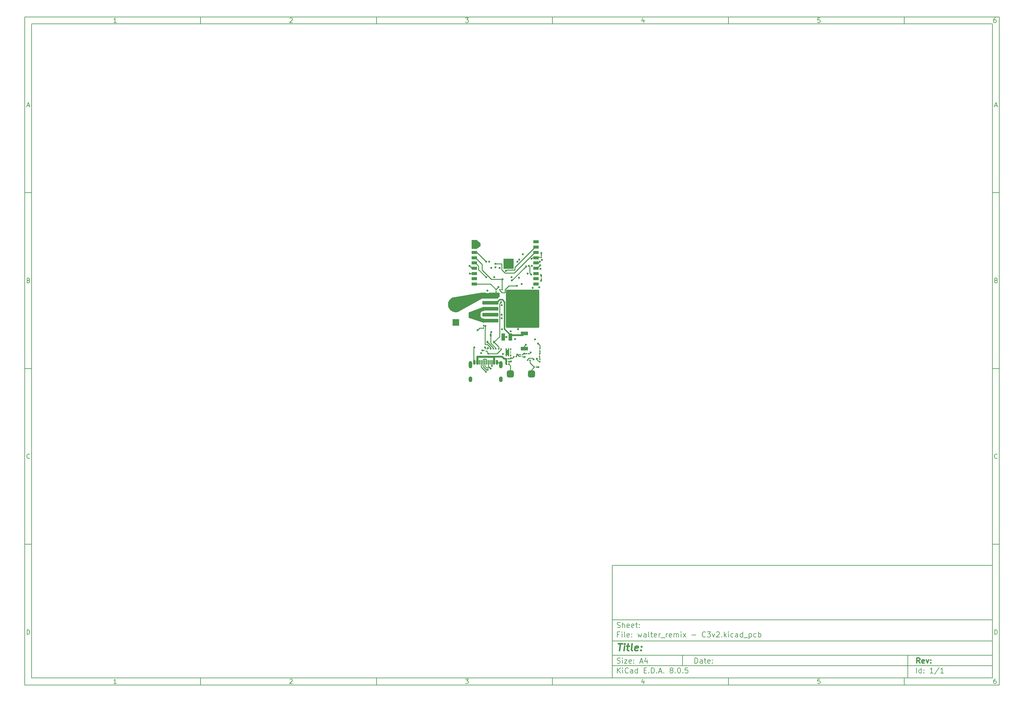
<source format=gbr>
%TF.GenerationSoftware,KiCad,Pcbnew,8.0.5*%
%TF.CreationDate,2024-12-27T02:30:00+01:00*%
%TF.ProjectId,walter_remix - C3v2,77616c74-6572-45f7-9265-6d6978202d20,rev?*%
%TF.SameCoordinates,Original*%
%TF.FileFunction,Copper,L1,Top*%
%TF.FilePolarity,Positive*%
%FSLAX45Y45*%
G04 Gerber Fmt 4.5, Leading zero omitted, Abs format (unit mm)*
G04 Created by KiCad (PCBNEW 8.0.5) date 2024-12-27 02:30:00*
%MOMM*%
%LPD*%
G01*
G04 APERTURE LIST*
G04 Aperture macros list*
%AMRoundRect*
0 Rectangle with rounded corners*
0 $1 Rounding radius*
0 $2 $3 $4 $5 $6 $7 $8 $9 X,Y pos of 4 corners*
0 Add a 4 corners polygon primitive as box body*
4,1,4,$2,$3,$4,$5,$6,$7,$8,$9,$2,$3,0*
0 Add four circle primitives for the rounded corners*
1,1,$1+$1,$2,$3*
1,1,$1+$1,$4,$5*
1,1,$1+$1,$6,$7*
1,1,$1+$1,$8,$9*
0 Add four rect primitives between the rounded corners*
20,1,$1+$1,$2,$3,$4,$5,0*
20,1,$1+$1,$4,$5,$6,$7,0*
20,1,$1+$1,$6,$7,$8,$9,0*
20,1,$1+$1,$8,$9,$2,$3,0*%
G04 Aperture macros list end*
%ADD10C,0.100000*%
%ADD11C,0.150000*%
%ADD12C,0.300000*%
%ADD13C,0.400000*%
%TA.AperFunction,HeatsinkPad*%
%ADD14C,0.600000*%
%TD*%
%TA.AperFunction,SMDPad,CuDef*%
%ADD15R,2.900000X2.900000*%
%TD*%
%TA.AperFunction,SMDPad,CuDef*%
%ADD16R,1.500000X0.900000*%
%TD*%
%TA.AperFunction,ComponentPad*%
%ADD17R,1.950000X1.950000*%
%TD*%
%TA.AperFunction,ComponentPad*%
%ADD18C,1.950000*%
%TD*%
%TA.AperFunction,SMDPad,CuDef*%
%ADD19R,0.600000X0.700000*%
%TD*%
%TA.AperFunction,SMDPad,CuDef*%
%ADD20R,0.180000X0.250000*%
%TD*%
%TA.AperFunction,SMDPad,CuDef*%
%ADD21RoundRect,0.100000X-0.130000X-0.100000X0.130000X-0.100000X0.130000X0.100000X-0.130000X0.100000X0*%
%TD*%
%TA.AperFunction,SMDPad,CuDef*%
%ADD22RoundRect,0.100000X0.130000X0.100000X-0.130000X0.100000X-0.130000X-0.100000X0.130000X-0.100000X0*%
%TD*%
%TA.AperFunction,SMDPad,CuDef*%
%ADD23RoundRect,0.100000X0.100000X-0.130000X0.100000X0.130000X-0.100000X0.130000X-0.100000X-0.130000X0*%
%TD*%
%TA.AperFunction,SMDPad,CuDef*%
%ADD24RoundRect,0.100000X-0.100000X0.130000X-0.100000X-0.130000X0.100000X-0.130000X0.100000X0.130000X0*%
%TD*%
%TA.AperFunction,SMDPad,CuDef*%
%ADD25RoundRect,0.250000X-2.050000X-0.300000X2.050000X-0.300000X2.050000X0.300000X-2.050000X0.300000X0*%
%TD*%
%TA.AperFunction,SMDPad,CuDef*%
%ADD26RoundRect,0.250000X-2.025000X-2.375000X2.025000X-2.375000X2.025000X2.375000X-2.025000X2.375000X0*%
%TD*%
%TA.AperFunction,SMDPad,CuDef*%
%ADD27RoundRect,0.250002X-4.449998X-5.149998X4.449998X-5.149998X4.449998X5.149998X-4.449998X5.149998X0*%
%TD*%
%TA.AperFunction,SMDPad,CuDef*%
%ADD28R,0.400000X0.500000*%
%TD*%
%TA.AperFunction,SMDPad,CuDef*%
%ADD29R,1.050000X1.600000*%
%TD*%
%TA.AperFunction,SMDPad,CuDef*%
%ADD30R,0.285000X0.920000*%
%TD*%
%TA.AperFunction,SMDPad,CuDef*%
%ADD31R,1.000000X2.000000*%
%TD*%
%TA.AperFunction,ComponentPad*%
%ADD32O,1.000000X1.600000*%
%TD*%
%TA.AperFunction,ComponentPad*%
%ADD33O,1.000000X2.100000*%
%TD*%
%TA.AperFunction,SMDPad,CuDef*%
%ADD34RoundRect,0.150000X-0.150000X-0.500000X0.150000X-0.500000X0.150000X0.500000X-0.150000X0.500000X0*%
%TD*%
%TA.AperFunction,SMDPad,CuDef*%
%ADD35RoundRect,0.075000X-0.075000X-0.575000X0.075000X-0.575000X0.075000X0.575000X-0.075000X0.575000X0*%
%TD*%
%TA.AperFunction,SMDPad,CuDef*%
%ADD36C,0.200000*%
%TD*%
%TA.AperFunction,SMDPad,CuDef*%
%ADD37R,2.000000X1.000000*%
%TD*%
%TA.AperFunction,SMDPad,CuDef*%
%ADD38RoundRect,0.500000X-0.500000X-0.500000X0.500000X-0.500000X0.500000X0.500000X-0.500000X0.500000X0*%
%TD*%
%TA.AperFunction,ViaPad*%
%ADD39C,0.600000*%
%TD*%
%TA.AperFunction,Conductor*%
%ADD40C,0.250000*%
%TD*%
%TA.AperFunction,Conductor*%
%ADD41C,0.400000*%
%TD*%
%TA.AperFunction,Conductor*%
%ADD42C,0.500000*%
%TD*%
%TA.AperFunction,Conductor*%
%ADD43C,0.600000*%
%TD*%
G04 APERTURE END LIST*
D10*
D11*
X17700220Y-16600720D02*
X28500220Y-16600720D01*
X28500220Y-19800720D01*
X17700220Y-19800720D01*
X17700220Y-16600720D01*
D10*
D11*
X1000000Y-1000000D02*
X28700220Y-1000000D01*
X28700220Y-20000720D01*
X1000000Y-20000720D01*
X1000000Y-1000000D01*
D10*
D11*
X1200000Y-1200000D02*
X28500220Y-1200000D01*
X28500220Y-19800720D01*
X1200000Y-19800720D01*
X1200000Y-1200000D01*
D10*
D11*
X6000000Y-1200000D02*
X6000000Y-1000000D01*
D10*
D11*
X11000000Y-1200000D02*
X11000000Y-1000000D01*
D10*
D11*
X16000000Y-1200000D02*
X16000000Y-1000000D01*
D10*
D11*
X21000000Y-1200000D02*
X21000000Y-1000000D01*
D10*
D11*
X26000000Y-1200000D02*
X26000000Y-1000000D01*
D10*
D11*
X3608916Y-1159360D02*
X3534630Y-1159360D01*
X3571773Y-1159360D02*
X3571773Y-1029360D01*
X3571773Y-1029360D02*
X3559392Y-1047932D01*
X3559392Y-1047932D02*
X3547011Y-1060313D01*
X3547011Y-1060313D02*
X3534630Y-1066503D01*
D10*
D11*
X8534630Y-1041741D02*
X8540821Y-1035551D01*
X8540821Y-1035551D02*
X8553202Y-1029360D01*
X8553202Y-1029360D02*
X8584154Y-1029360D01*
X8584154Y-1029360D02*
X8596535Y-1035551D01*
X8596535Y-1035551D02*
X8602726Y-1041741D01*
X8602726Y-1041741D02*
X8608916Y-1054122D01*
X8608916Y-1054122D02*
X8608916Y-1066503D01*
X8608916Y-1066503D02*
X8602726Y-1085075D01*
X8602726Y-1085075D02*
X8528440Y-1159360D01*
X8528440Y-1159360D02*
X8608916Y-1159360D01*
D10*
D11*
X13528440Y-1029360D02*
X13608916Y-1029360D01*
X13608916Y-1029360D02*
X13565583Y-1078884D01*
X13565583Y-1078884D02*
X13584154Y-1078884D01*
X13584154Y-1078884D02*
X13596535Y-1085075D01*
X13596535Y-1085075D02*
X13602725Y-1091265D01*
X13602725Y-1091265D02*
X13608916Y-1103646D01*
X13608916Y-1103646D02*
X13608916Y-1134599D01*
X13608916Y-1134599D02*
X13602725Y-1146980D01*
X13602725Y-1146980D02*
X13596535Y-1153170D01*
X13596535Y-1153170D02*
X13584154Y-1159360D01*
X13584154Y-1159360D02*
X13547011Y-1159360D01*
X13547011Y-1159360D02*
X13534630Y-1153170D01*
X13534630Y-1153170D02*
X13528440Y-1146980D01*
D10*
D11*
X18596535Y-1072694D02*
X18596535Y-1159360D01*
X18565583Y-1023170D02*
X18534630Y-1116027D01*
X18534630Y-1116027D02*
X18615106Y-1116027D01*
D10*
D11*
X23602725Y-1029360D02*
X23540821Y-1029360D01*
X23540821Y-1029360D02*
X23534630Y-1091265D01*
X23534630Y-1091265D02*
X23540821Y-1085075D01*
X23540821Y-1085075D02*
X23553202Y-1078884D01*
X23553202Y-1078884D02*
X23584154Y-1078884D01*
X23584154Y-1078884D02*
X23596535Y-1085075D01*
X23596535Y-1085075D02*
X23602725Y-1091265D01*
X23602725Y-1091265D02*
X23608916Y-1103646D01*
X23608916Y-1103646D02*
X23608916Y-1134599D01*
X23608916Y-1134599D02*
X23602725Y-1146980D01*
X23602725Y-1146980D02*
X23596535Y-1153170D01*
X23596535Y-1153170D02*
X23584154Y-1159360D01*
X23584154Y-1159360D02*
X23553202Y-1159360D01*
X23553202Y-1159360D02*
X23540821Y-1153170D01*
X23540821Y-1153170D02*
X23534630Y-1146980D01*
D10*
D11*
X28596535Y-1029360D02*
X28571773Y-1029360D01*
X28571773Y-1029360D02*
X28559392Y-1035551D01*
X28559392Y-1035551D02*
X28553202Y-1041741D01*
X28553202Y-1041741D02*
X28540821Y-1060313D01*
X28540821Y-1060313D02*
X28534630Y-1085075D01*
X28534630Y-1085075D02*
X28534630Y-1134599D01*
X28534630Y-1134599D02*
X28540821Y-1146980D01*
X28540821Y-1146980D02*
X28547011Y-1153170D01*
X28547011Y-1153170D02*
X28559392Y-1159360D01*
X28559392Y-1159360D02*
X28584154Y-1159360D01*
X28584154Y-1159360D02*
X28596535Y-1153170D01*
X28596535Y-1153170D02*
X28602725Y-1146980D01*
X28602725Y-1146980D02*
X28608916Y-1134599D01*
X28608916Y-1134599D02*
X28608916Y-1103646D01*
X28608916Y-1103646D02*
X28602725Y-1091265D01*
X28602725Y-1091265D02*
X28596535Y-1085075D01*
X28596535Y-1085075D02*
X28584154Y-1078884D01*
X28584154Y-1078884D02*
X28559392Y-1078884D01*
X28559392Y-1078884D02*
X28547011Y-1085075D01*
X28547011Y-1085075D02*
X28540821Y-1091265D01*
X28540821Y-1091265D02*
X28534630Y-1103646D01*
D10*
D11*
X6000000Y-19800720D02*
X6000000Y-20000720D01*
D10*
D11*
X11000000Y-19800720D02*
X11000000Y-20000720D01*
D10*
D11*
X16000000Y-19800720D02*
X16000000Y-20000720D01*
D10*
D11*
X21000000Y-19800720D02*
X21000000Y-20000720D01*
D10*
D11*
X26000000Y-19800720D02*
X26000000Y-20000720D01*
D10*
D11*
X3608916Y-19960080D02*
X3534630Y-19960080D01*
X3571773Y-19960080D02*
X3571773Y-19830080D01*
X3571773Y-19830080D02*
X3559392Y-19848652D01*
X3559392Y-19848652D02*
X3547011Y-19861033D01*
X3547011Y-19861033D02*
X3534630Y-19867223D01*
D10*
D11*
X8534630Y-19842461D02*
X8540821Y-19836271D01*
X8540821Y-19836271D02*
X8553202Y-19830080D01*
X8553202Y-19830080D02*
X8584154Y-19830080D01*
X8584154Y-19830080D02*
X8596535Y-19836271D01*
X8596535Y-19836271D02*
X8602726Y-19842461D01*
X8602726Y-19842461D02*
X8608916Y-19854842D01*
X8608916Y-19854842D02*
X8608916Y-19867223D01*
X8608916Y-19867223D02*
X8602726Y-19885795D01*
X8602726Y-19885795D02*
X8528440Y-19960080D01*
X8528440Y-19960080D02*
X8608916Y-19960080D01*
D10*
D11*
X13528440Y-19830080D02*
X13608916Y-19830080D01*
X13608916Y-19830080D02*
X13565583Y-19879604D01*
X13565583Y-19879604D02*
X13584154Y-19879604D01*
X13584154Y-19879604D02*
X13596535Y-19885795D01*
X13596535Y-19885795D02*
X13602725Y-19891985D01*
X13602725Y-19891985D02*
X13608916Y-19904366D01*
X13608916Y-19904366D02*
X13608916Y-19935319D01*
X13608916Y-19935319D02*
X13602725Y-19947700D01*
X13602725Y-19947700D02*
X13596535Y-19953890D01*
X13596535Y-19953890D02*
X13584154Y-19960080D01*
X13584154Y-19960080D02*
X13547011Y-19960080D01*
X13547011Y-19960080D02*
X13534630Y-19953890D01*
X13534630Y-19953890D02*
X13528440Y-19947700D01*
D10*
D11*
X18596535Y-19873414D02*
X18596535Y-19960080D01*
X18565583Y-19823890D02*
X18534630Y-19916747D01*
X18534630Y-19916747D02*
X18615106Y-19916747D01*
D10*
D11*
X23602725Y-19830080D02*
X23540821Y-19830080D01*
X23540821Y-19830080D02*
X23534630Y-19891985D01*
X23534630Y-19891985D02*
X23540821Y-19885795D01*
X23540821Y-19885795D02*
X23553202Y-19879604D01*
X23553202Y-19879604D02*
X23584154Y-19879604D01*
X23584154Y-19879604D02*
X23596535Y-19885795D01*
X23596535Y-19885795D02*
X23602725Y-19891985D01*
X23602725Y-19891985D02*
X23608916Y-19904366D01*
X23608916Y-19904366D02*
X23608916Y-19935319D01*
X23608916Y-19935319D02*
X23602725Y-19947700D01*
X23602725Y-19947700D02*
X23596535Y-19953890D01*
X23596535Y-19953890D02*
X23584154Y-19960080D01*
X23584154Y-19960080D02*
X23553202Y-19960080D01*
X23553202Y-19960080D02*
X23540821Y-19953890D01*
X23540821Y-19953890D02*
X23534630Y-19947700D01*
D10*
D11*
X28596535Y-19830080D02*
X28571773Y-19830080D01*
X28571773Y-19830080D02*
X28559392Y-19836271D01*
X28559392Y-19836271D02*
X28553202Y-19842461D01*
X28553202Y-19842461D02*
X28540821Y-19861033D01*
X28540821Y-19861033D02*
X28534630Y-19885795D01*
X28534630Y-19885795D02*
X28534630Y-19935319D01*
X28534630Y-19935319D02*
X28540821Y-19947700D01*
X28540821Y-19947700D02*
X28547011Y-19953890D01*
X28547011Y-19953890D02*
X28559392Y-19960080D01*
X28559392Y-19960080D02*
X28584154Y-19960080D01*
X28584154Y-19960080D02*
X28596535Y-19953890D01*
X28596535Y-19953890D02*
X28602725Y-19947700D01*
X28602725Y-19947700D02*
X28608916Y-19935319D01*
X28608916Y-19935319D02*
X28608916Y-19904366D01*
X28608916Y-19904366D02*
X28602725Y-19891985D01*
X28602725Y-19891985D02*
X28596535Y-19885795D01*
X28596535Y-19885795D02*
X28584154Y-19879604D01*
X28584154Y-19879604D02*
X28559392Y-19879604D01*
X28559392Y-19879604D02*
X28547011Y-19885795D01*
X28547011Y-19885795D02*
X28540821Y-19891985D01*
X28540821Y-19891985D02*
X28534630Y-19904366D01*
D10*
D11*
X1000000Y-6000000D02*
X1200000Y-6000000D01*
D10*
D11*
X1000000Y-11000000D02*
X1200000Y-11000000D01*
D10*
D11*
X1000000Y-16000000D02*
X1200000Y-16000000D01*
D10*
D11*
X1069048Y-3522218D02*
X1130952Y-3522218D01*
X1056667Y-3559360D02*
X1100000Y-3429360D01*
X1100000Y-3429360D02*
X1143333Y-3559360D01*
D10*
D11*
X1109286Y-8491265D02*
X1127857Y-8497456D01*
X1127857Y-8497456D02*
X1134048Y-8503646D01*
X1134048Y-8503646D02*
X1140238Y-8516027D01*
X1140238Y-8516027D02*
X1140238Y-8534599D01*
X1140238Y-8534599D02*
X1134048Y-8546980D01*
X1134048Y-8546980D02*
X1127857Y-8553170D01*
X1127857Y-8553170D02*
X1115476Y-8559360D01*
X1115476Y-8559360D02*
X1065952Y-8559360D01*
X1065952Y-8559360D02*
X1065952Y-8429360D01*
X1065952Y-8429360D02*
X1109286Y-8429360D01*
X1109286Y-8429360D02*
X1121667Y-8435551D01*
X1121667Y-8435551D02*
X1127857Y-8441741D01*
X1127857Y-8441741D02*
X1134048Y-8454122D01*
X1134048Y-8454122D02*
X1134048Y-8466503D01*
X1134048Y-8466503D02*
X1127857Y-8478884D01*
X1127857Y-8478884D02*
X1121667Y-8485075D01*
X1121667Y-8485075D02*
X1109286Y-8491265D01*
X1109286Y-8491265D02*
X1065952Y-8491265D01*
D10*
D11*
X1140238Y-13546979D02*
X1134048Y-13553170D01*
X1134048Y-13553170D02*
X1115476Y-13559360D01*
X1115476Y-13559360D02*
X1103095Y-13559360D01*
X1103095Y-13559360D02*
X1084524Y-13553170D01*
X1084524Y-13553170D02*
X1072143Y-13540789D01*
X1072143Y-13540789D02*
X1065952Y-13528408D01*
X1065952Y-13528408D02*
X1059762Y-13503646D01*
X1059762Y-13503646D02*
X1059762Y-13485075D01*
X1059762Y-13485075D02*
X1065952Y-13460313D01*
X1065952Y-13460313D02*
X1072143Y-13447932D01*
X1072143Y-13447932D02*
X1084524Y-13435551D01*
X1084524Y-13435551D02*
X1103095Y-13429360D01*
X1103095Y-13429360D02*
X1115476Y-13429360D01*
X1115476Y-13429360D02*
X1134048Y-13435551D01*
X1134048Y-13435551D02*
X1140238Y-13441741D01*
D10*
D11*
X1065952Y-18559360D02*
X1065952Y-18429360D01*
X1065952Y-18429360D02*
X1096905Y-18429360D01*
X1096905Y-18429360D02*
X1115476Y-18435551D01*
X1115476Y-18435551D02*
X1127857Y-18447932D01*
X1127857Y-18447932D02*
X1134048Y-18460313D01*
X1134048Y-18460313D02*
X1140238Y-18485075D01*
X1140238Y-18485075D02*
X1140238Y-18503646D01*
X1140238Y-18503646D02*
X1134048Y-18528408D01*
X1134048Y-18528408D02*
X1127857Y-18540789D01*
X1127857Y-18540789D02*
X1115476Y-18553170D01*
X1115476Y-18553170D02*
X1096905Y-18559360D01*
X1096905Y-18559360D02*
X1065952Y-18559360D01*
D10*
D11*
X28700220Y-6000000D02*
X28500220Y-6000000D01*
D10*
D11*
X28700220Y-11000000D02*
X28500220Y-11000000D01*
D10*
D11*
X28700220Y-16000000D02*
X28500220Y-16000000D01*
D10*
D11*
X28569268Y-3522218D02*
X28631172Y-3522218D01*
X28556887Y-3559360D02*
X28600220Y-3429360D01*
X28600220Y-3429360D02*
X28643553Y-3559360D01*
D10*
D11*
X28609506Y-8491265D02*
X28628077Y-8497456D01*
X28628077Y-8497456D02*
X28634268Y-8503646D01*
X28634268Y-8503646D02*
X28640458Y-8516027D01*
X28640458Y-8516027D02*
X28640458Y-8534599D01*
X28640458Y-8534599D02*
X28634268Y-8546980D01*
X28634268Y-8546980D02*
X28628077Y-8553170D01*
X28628077Y-8553170D02*
X28615696Y-8559360D01*
X28615696Y-8559360D02*
X28566172Y-8559360D01*
X28566172Y-8559360D02*
X28566172Y-8429360D01*
X28566172Y-8429360D02*
X28609506Y-8429360D01*
X28609506Y-8429360D02*
X28621887Y-8435551D01*
X28621887Y-8435551D02*
X28628077Y-8441741D01*
X28628077Y-8441741D02*
X28634268Y-8454122D01*
X28634268Y-8454122D02*
X28634268Y-8466503D01*
X28634268Y-8466503D02*
X28628077Y-8478884D01*
X28628077Y-8478884D02*
X28621887Y-8485075D01*
X28621887Y-8485075D02*
X28609506Y-8491265D01*
X28609506Y-8491265D02*
X28566172Y-8491265D01*
D10*
D11*
X28640458Y-13546979D02*
X28634268Y-13553170D01*
X28634268Y-13553170D02*
X28615696Y-13559360D01*
X28615696Y-13559360D02*
X28603315Y-13559360D01*
X28603315Y-13559360D02*
X28584744Y-13553170D01*
X28584744Y-13553170D02*
X28572363Y-13540789D01*
X28572363Y-13540789D02*
X28566172Y-13528408D01*
X28566172Y-13528408D02*
X28559982Y-13503646D01*
X28559982Y-13503646D02*
X28559982Y-13485075D01*
X28559982Y-13485075D02*
X28566172Y-13460313D01*
X28566172Y-13460313D02*
X28572363Y-13447932D01*
X28572363Y-13447932D02*
X28584744Y-13435551D01*
X28584744Y-13435551D02*
X28603315Y-13429360D01*
X28603315Y-13429360D02*
X28615696Y-13429360D01*
X28615696Y-13429360D02*
X28634268Y-13435551D01*
X28634268Y-13435551D02*
X28640458Y-13441741D01*
D10*
D11*
X28566172Y-18559360D02*
X28566172Y-18429360D01*
X28566172Y-18429360D02*
X28597125Y-18429360D01*
X28597125Y-18429360D02*
X28615696Y-18435551D01*
X28615696Y-18435551D02*
X28628077Y-18447932D01*
X28628077Y-18447932D02*
X28634268Y-18460313D01*
X28634268Y-18460313D02*
X28640458Y-18485075D01*
X28640458Y-18485075D02*
X28640458Y-18503646D01*
X28640458Y-18503646D02*
X28634268Y-18528408D01*
X28634268Y-18528408D02*
X28628077Y-18540789D01*
X28628077Y-18540789D02*
X28615696Y-18553170D01*
X28615696Y-18553170D02*
X28597125Y-18559360D01*
X28597125Y-18559360D02*
X28566172Y-18559360D01*
D10*
D11*
X20045803Y-19379333D02*
X20045803Y-19229333D01*
X20045803Y-19229333D02*
X20081517Y-19229333D01*
X20081517Y-19229333D02*
X20102946Y-19236476D01*
X20102946Y-19236476D02*
X20117231Y-19250761D01*
X20117231Y-19250761D02*
X20124374Y-19265047D01*
X20124374Y-19265047D02*
X20131517Y-19293619D01*
X20131517Y-19293619D02*
X20131517Y-19315047D01*
X20131517Y-19315047D02*
X20124374Y-19343619D01*
X20124374Y-19343619D02*
X20117231Y-19357904D01*
X20117231Y-19357904D02*
X20102946Y-19372190D01*
X20102946Y-19372190D02*
X20081517Y-19379333D01*
X20081517Y-19379333D02*
X20045803Y-19379333D01*
X20260088Y-19379333D02*
X20260088Y-19300761D01*
X20260088Y-19300761D02*
X20252946Y-19286476D01*
X20252946Y-19286476D02*
X20238660Y-19279333D01*
X20238660Y-19279333D02*
X20210088Y-19279333D01*
X20210088Y-19279333D02*
X20195803Y-19286476D01*
X20260088Y-19372190D02*
X20245803Y-19379333D01*
X20245803Y-19379333D02*
X20210088Y-19379333D01*
X20210088Y-19379333D02*
X20195803Y-19372190D01*
X20195803Y-19372190D02*
X20188660Y-19357904D01*
X20188660Y-19357904D02*
X20188660Y-19343619D01*
X20188660Y-19343619D02*
X20195803Y-19329333D01*
X20195803Y-19329333D02*
X20210088Y-19322190D01*
X20210088Y-19322190D02*
X20245803Y-19322190D01*
X20245803Y-19322190D02*
X20260088Y-19315047D01*
X20310088Y-19279333D02*
X20367231Y-19279333D01*
X20331517Y-19229333D02*
X20331517Y-19357904D01*
X20331517Y-19357904D02*
X20338660Y-19372190D01*
X20338660Y-19372190D02*
X20352946Y-19379333D01*
X20352946Y-19379333D02*
X20367231Y-19379333D01*
X20474374Y-19372190D02*
X20460088Y-19379333D01*
X20460088Y-19379333D02*
X20431517Y-19379333D01*
X20431517Y-19379333D02*
X20417231Y-19372190D01*
X20417231Y-19372190D02*
X20410088Y-19357904D01*
X20410088Y-19357904D02*
X20410088Y-19300761D01*
X20410088Y-19300761D02*
X20417231Y-19286476D01*
X20417231Y-19286476D02*
X20431517Y-19279333D01*
X20431517Y-19279333D02*
X20460088Y-19279333D01*
X20460088Y-19279333D02*
X20474374Y-19286476D01*
X20474374Y-19286476D02*
X20481517Y-19300761D01*
X20481517Y-19300761D02*
X20481517Y-19315047D01*
X20481517Y-19315047D02*
X20410088Y-19329333D01*
X20545803Y-19365047D02*
X20552946Y-19372190D01*
X20552946Y-19372190D02*
X20545803Y-19379333D01*
X20545803Y-19379333D02*
X20538660Y-19372190D01*
X20538660Y-19372190D02*
X20545803Y-19365047D01*
X20545803Y-19365047D02*
X20545803Y-19379333D01*
X20545803Y-19286476D02*
X20552946Y-19293619D01*
X20552946Y-19293619D02*
X20545803Y-19300761D01*
X20545803Y-19300761D02*
X20538660Y-19293619D01*
X20538660Y-19293619D02*
X20545803Y-19286476D01*
X20545803Y-19286476D02*
X20545803Y-19300761D01*
D10*
D11*
X17700220Y-19450720D02*
X28500220Y-19450720D01*
D10*
D11*
X17845803Y-19659333D02*
X17845803Y-19509333D01*
X17931517Y-19659333D02*
X17867231Y-19573619D01*
X17931517Y-19509333D02*
X17845803Y-19595047D01*
X17995803Y-19659333D02*
X17995803Y-19559333D01*
X17995803Y-19509333D02*
X17988660Y-19516476D01*
X17988660Y-19516476D02*
X17995803Y-19523619D01*
X17995803Y-19523619D02*
X18002946Y-19516476D01*
X18002946Y-19516476D02*
X17995803Y-19509333D01*
X17995803Y-19509333D02*
X17995803Y-19523619D01*
X18152946Y-19645047D02*
X18145803Y-19652190D01*
X18145803Y-19652190D02*
X18124374Y-19659333D01*
X18124374Y-19659333D02*
X18110088Y-19659333D01*
X18110088Y-19659333D02*
X18088660Y-19652190D01*
X18088660Y-19652190D02*
X18074374Y-19637904D01*
X18074374Y-19637904D02*
X18067231Y-19623619D01*
X18067231Y-19623619D02*
X18060088Y-19595047D01*
X18060088Y-19595047D02*
X18060088Y-19573619D01*
X18060088Y-19573619D02*
X18067231Y-19545047D01*
X18067231Y-19545047D02*
X18074374Y-19530761D01*
X18074374Y-19530761D02*
X18088660Y-19516476D01*
X18088660Y-19516476D02*
X18110088Y-19509333D01*
X18110088Y-19509333D02*
X18124374Y-19509333D01*
X18124374Y-19509333D02*
X18145803Y-19516476D01*
X18145803Y-19516476D02*
X18152946Y-19523619D01*
X18281517Y-19659333D02*
X18281517Y-19580761D01*
X18281517Y-19580761D02*
X18274374Y-19566476D01*
X18274374Y-19566476D02*
X18260088Y-19559333D01*
X18260088Y-19559333D02*
X18231517Y-19559333D01*
X18231517Y-19559333D02*
X18217231Y-19566476D01*
X18281517Y-19652190D02*
X18267231Y-19659333D01*
X18267231Y-19659333D02*
X18231517Y-19659333D01*
X18231517Y-19659333D02*
X18217231Y-19652190D01*
X18217231Y-19652190D02*
X18210088Y-19637904D01*
X18210088Y-19637904D02*
X18210088Y-19623619D01*
X18210088Y-19623619D02*
X18217231Y-19609333D01*
X18217231Y-19609333D02*
X18231517Y-19602190D01*
X18231517Y-19602190D02*
X18267231Y-19602190D01*
X18267231Y-19602190D02*
X18281517Y-19595047D01*
X18417231Y-19659333D02*
X18417231Y-19509333D01*
X18417231Y-19652190D02*
X18402946Y-19659333D01*
X18402946Y-19659333D02*
X18374374Y-19659333D01*
X18374374Y-19659333D02*
X18360088Y-19652190D01*
X18360088Y-19652190D02*
X18352946Y-19645047D01*
X18352946Y-19645047D02*
X18345803Y-19630761D01*
X18345803Y-19630761D02*
X18345803Y-19587904D01*
X18345803Y-19587904D02*
X18352946Y-19573619D01*
X18352946Y-19573619D02*
X18360088Y-19566476D01*
X18360088Y-19566476D02*
X18374374Y-19559333D01*
X18374374Y-19559333D02*
X18402946Y-19559333D01*
X18402946Y-19559333D02*
X18417231Y-19566476D01*
X18602946Y-19580761D02*
X18652946Y-19580761D01*
X18674374Y-19659333D02*
X18602946Y-19659333D01*
X18602946Y-19659333D02*
X18602946Y-19509333D01*
X18602946Y-19509333D02*
X18674374Y-19509333D01*
X18738660Y-19645047D02*
X18745803Y-19652190D01*
X18745803Y-19652190D02*
X18738660Y-19659333D01*
X18738660Y-19659333D02*
X18731517Y-19652190D01*
X18731517Y-19652190D02*
X18738660Y-19645047D01*
X18738660Y-19645047D02*
X18738660Y-19659333D01*
X18810088Y-19659333D02*
X18810088Y-19509333D01*
X18810088Y-19509333D02*
X18845803Y-19509333D01*
X18845803Y-19509333D02*
X18867231Y-19516476D01*
X18867231Y-19516476D02*
X18881517Y-19530761D01*
X18881517Y-19530761D02*
X18888660Y-19545047D01*
X18888660Y-19545047D02*
X18895803Y-19573619D01*
X18895803Y-19573619D02*
X18895803Y-19595047D01*
X18895803Y-19595047D02*
X18888660Y-19623619D01*
X18888660Y-19623619D02*
X18881517Y-19637904D01*
X18881517Y-19637904D02*
X18867231Y-19652190D01*
X18867231Y-19652190D02*
X18845803Y-19659333D01*
X18845803Y-19659333D02*
X18810088Y-19659333D01*
X18960088Y-19645047D02*
X18967231Y-19652190D01*
X18967231Y-19652190D02*
X18960088Y-19659333D01*
X18960088Y-19659333D02*
X18952946Y-19652190D01*
X18952946Y-19652190D02*
X18960088Y-19645047D01*
X18960088Y-19645047D02*
X18960088Y-19659333D01*
X19024374Y-19616476D02*
X19095803Y-19616476D01*
X19010089Y-19659333D02*
X19060089Y-19509333D01*
X19060089Y-19509333D02*
X19110089Y-19659333D01*
X19160088Y-19645047D02*
X19167231Y-19652190D01*
X19167231Y-19652190D02*
X19160088Y-19659333D01*
X19160088Y-19659333D02*
X19152946Y-19652190D01*
X19152946Y-19652190D02*
X19160088Y-19645047D01*
X19160088Y-19645047D02*
X19160088Y-19659333D01*
X19367231Y-19573619D02*
X19352946Y-19566476D01*
X19352946Y-19566476D02*
X19345803Y-19559333D01*
X19345803Y-19559333D02*
X19338660Y-19545047D01*
X19338660Y-19545047D02*
X19338660Y-19537904D01*
X19338660Y-19537904D02*
X19345803Y-19523619D01*
X19345803Y-19523619D02*
X19352946Y-19516476D01*
X19352946Y-19516476D02*
X19367231Y-19509333D01*
X19367231Y-19509333D02*
X19395803Y-19509333D01*
X19395803Y-19509333D02*
X19410089Y-19516476D01*
X19410089Y-19516476D02*
X19417231Y-19523619D01*
X19417231Y-19523619D02*
X19424374Y-19537904D01*
X19424374Y-19537904D02*
X19424374Y-19545047D01*
X19424374Y-19545047D02*
X19417231Y-19559333D01*
X19417231Y-19559333D02*
X19410089Y-19566476D01*
X19410089Y-19566476D02*
X19395803Y-19573619D01*
X19395803Y-19573619D02*
X19367231Y-19573619D01*
X19367231Y-19573619D02*
X19352946Y-19580761D01*
X19352946Y-19580761D02*
X19345803Y-19587904D01*
X19345803Y-19587904D02*
X19338660Y-19602190D01*
X19338660Y-19602190D02*
X19338660Y-19630761D01*
X19338660Y-19630761D02*
X19345803Y-19645047D01*
X19345803Y-19645047D02*
X19352946Y-19652190D01*
X19352946Y-19652190D02*
X19367231Y-19659333D01*
X19367231Y-19659333D02*
X19395803Y-19659333D01*
X19395803Y-19659333D02*
X19410089Y-19652190D01*
X19410089Y-19652190D02*
X19417231Y-19645047D01*
X19417231Y-19645047D02*
X19424374Y-19630761D01*
X19424374Y-19630761D02*
X19424374Y-19602190D01*
X19424374Y-19602190D02*
X19417231Y-19587904D01*
X19417231Y-19587904D02*
X19410089Y-19580761D01*
X19410089Y-19580761D02*
X19395803Y-19573619D01*
X19488660Y-19645047D02*
X19495803Y-19652190D01*
X19495803Y-19652190D02*
X19488660Y-19659333D01*
X19488660Y-19659333D02*
X19481517Y-19652190D01*
X19481517Y-19652190D02*
X19488660Y-19645047D01*
X19488660Y-19645047D02*
X19488660Y-19659333D01*
X19588660Y-19509333D02*
X19602946Y-19509333D01*
X19602946Y-19509333D02*
X19617231Y-19516476D01*
X19617231Y-19516476D02*
X19624374Y-19523619D01*
X19624374Y-19523619D02*
X19631517Y-19537904D01*
X19631517Y-19537904D02*
X19638660Y-19566476D01*
X19638660Y-19566476D02*
X19638660Y-19602190D01*
X19638660Y-19602190D02*
X19631517Y-19630761D01*
X19631517Y-19630761D02*
X19624374Y-19645047D01*
X19624374Y-19645047D02*
X19617231Y-19652190D01*
X19617231Y-19652190D02*
X19602946Y-19659333D01*
X19602946Y-19659333D02*
X19588660Y-19659333D01*
X19588660Y-19659333D02*
X19574374Y-19652190D01*
X19574374Y-19652190D02*
X19567231Y-19645047D01*
X19567231Y-19645047D02*
X19560088Y-19630761D01*
X19560088Y-19630761D02*
X19552946Y-19602190D01*
X19552946Y-19602190D02*
X19552946Y-19566476D01*
X19552946Y-19566476D02*
X19560088Y-19537904D01*
X19560088Y-19537904D02*
X19567231Y-19523619D01*
X19567231Y-19523619D02*
X19574374Y-19516476D01*
X19574374Y-19516476D02*
X19588660Y-19509333D01*
X19702946Y-19645047D02*
X19710088Y-19652190D01*
X19710088Y-19652190D02*
X19702946Y-19659333D01*
X19702946Y-19659333D02*
X19695803Y-19652190D01*
X19695803Y-19652190D02*
X19702946Y-19645047D01*
X19702946Y-19645047D02*
X19702946Y-19659333D01*
X19845803Y-19509333D02*
X19774374Y-19509333D01*
X19774374Y-19509333D02*
X19767231Y-19580761D01*
X19767231Y-19580761D02*
X19774374Y-19573619D01*
X19774374Y-19573619D02*
X19788660Y-19566476D01*
X19788660Y-19566476D02*
X19824374Y-19566476D01*
X19824374Y-19566476D02*
X19838660Y-19573619D01*
X19838660Y-19573619D02*
X19845803Y-19580761D01*
X19845803Y-19580761D02*
X19852946Y-19595047D01*
X19852946Y-19595047D02*
X19852946Y-19630761D01*
X19852946Y-19630761D02*
X19845803Y-19645047D01*
X19845803Y-19645047D02*
X19838660Y-19652190D01*
X19838660Y-19652190D02*
X19824374Y-19659333D01*
X19824374Y-19659333D02*
X19788660Y-19659333D01*
X19788660Y-19659333D02*
X19774374Y-19652190D01*
X19774374Y-19652190D02*
X19767231Y-19645047D01*
D10*
D11*
X17700220Y-19150720D02*
X28500220Y-19150720D01*
D10*
D12*
X26441385Y-19378553D02*
X26391385Y-19307124D01*
X26355671Y-19378553D02*
X26355671Y-19228553D01*
X26355671Y-19228553D02*
X26412814Y-19228553D01*
X26412814Y-19228553D02*
X26427100Y-19235696D01*
X26427100Y-19235696D02*
X26434242Y-19242839D01*
X26434242Y-19242839D02*
X26441385Y-19257124D01*
X26441385Y-19257124D02*
X26441385Y-19278553D01*
X26441385Y-19278553D02*
X26434242Y-19292839D01*
X26434242Y-19292839D02*
X26427100Y-19299981D01*
X26427100Y-19299981D02*
X26412814Y-19307124D01*
X26412814Y-19307124D02*
X26355671Y-19307124D01*
X26562814Y-19371410D02*
X26548528Y-19378553D01*
X26548528Y-19378553D02*
X26519957Y-19378553D01*
X26519957Y-19378553D02*
X26505671Y-19371410D01*
X26505671Y-19371410D02*
X26498528Y-19357124D01*
X26498528Y-19357124D02*
X26498528Y-19299981D01*
X26498528Y-19299981D02*
X26505671Y-19285696D01*
X26505671Y-19285696D02*
X26519957Y-19278553D01*
X26519957Y-19278553D02*
X26548528Y-19278553D01*
X26548528Y-19278553D02*
X26562814Y-19285696D01*
X26562814Y-19285696D02*
X26569957Y-19299981D01*
X26569957Y-19299981D02*
X26569957Y-19314267D01*
X26569957Y-19314267D02*
X26498528Y-19328553D01*
X26619957Y-19278553D02*
X26655671Y-19378553D01*
X26655671Y-19378553D02*
X26691385Y-19278553D01*
X26748528Y-19364267D02*
X26755671Y-19371410D01*
X26755671Y-19371410D02*
X26748528Y-19378553D01*
X26748528Y-19378553D02*
X26741385Y-19371410D01*
X26741385Y-19371410D02*
X26748528Y-19364267D01*
X26748528Y-19364267D02*
X26748528Y-19378553D01*
X26748528Y-19285696D02*
X26755671Y-19292839D01*
X26755671Y-19292839D02*
X26748528Y-19299981D01*
X26748528Y-19299981D02*
X26741385Y-19292839D01*
X26741385Y-19292839D02*
X26748528Y-19285696D01*
X26748528Y-19285696D02*
X26748528Y-19299981D01*
D10*
D11*
X17838660Y-19372190D02*
X17860088Y-19379333D01*
X17860088Y-19379333D02*
X17895803Y-19379333D01*
X17895803Y-19379333D02*
X17910088Y-19372190D01*
X17910088Y-19372190D02*
X17917231Y-19365047D01*
X17917231Y-19365047D02*
X17924374Y-19350761D01*
X17924374Y-19350761D02*
X17924374Y-19336476D01*
X17924374Y-19336476D02*
X17917231Y-19322190D01*
X17917231Y-19322190D02*
X17910088Y-19315047D01*
X17910088Y-19315047D02*
X17895803Y-19307904D01*
X17895803Y-19307904D02*
X17867231Y-19300761D01*
X17867231Y-19300761D02*
X17852946Y-19293619D01*
X17852946Y-19293619D02*
X17845803Y-19286476D01*
X17845803Y-19286476D02*
X17838660Y-19272190D01*
X17838660Y-19272190D02*
X17838660Y-19257904D01*
X17838660Y-19257904D02*
X17845803Y-19243619D01*
X17845803Y-19243619D02*
X17852946Y-19236476D01*
X17852946Y-19236476D02*
X17867231Y-19229333D01*
X17867231Y-19229333D02*
X17902946Y-19229333D01*
X17902946Y-19229333D02*
X17924374Y-19236476D01*
X17988660Y-19379333D02*
X17988660Y-19279333D01*
X17988660Y-19229333D02*
X17981517Y-19236476D01*
X17981517Y-19236476D02*
X17988660Y-19243619D01*
X17988660Y-19243619D02*
X17995803Y-19236476D01*
X17995803Y-19236476D02*
X17988660Y-19229333D01*
X17988660Y-19229333D02*
X17988660Y-19243619D01*
X18045803Y-19279333D02*
X18124374Y-19279333D01*
X18124374Y-19279333D02*
X18045803Y-19379333D01*
X18045803Y-19379333D02*
X18124374Y-19379333D01*
X18238660Y-19372190D02*
X18224374Y-19379333D01*
X18224374Y-19379333D02*
X18195803Y-19379333D01*
X18195803Y-19379333D02*
X18181517Y-19372190D01*
X18181517Y-19372190D02*
X18174374Y-19357904D01*
X18174374Y-19357904D02*
X18174374Y-19300761D01*
X18174374Y-19300761D02*
X18181517Y-19286476D01*
X18181517Y-19286476D02*
X18195803Y-19279333D01*
X18195803Y-19279333D02*
X18224374Y-19279333D01*
X18224374Y-19279333D02*
X18238660Y-19286476D01*
X18238660Y-19286476D02*
X18245803Y-19300761D01*
X18245803Y-19300761D02*
X18245803Y-19315047D01*
X18245803Y-19315047D02*
X18174374Y-19329333D01*
X18310088Y-19365047D02*
X18317231Y-19372190D01*
X18317231Y-19372190D02*
X18310088Y-19379333D01*
X18310088Y-19379333D02*
X18302946Y-19372190D01*
X18302946Y-19372190D02*
X18310088Y-19365047D01*
X18310088Y-19365047D02*
X18310088Y-19379333D01*
X18310088Y-19286476D02*
X18317231Y-19293619D01*
X18317231Y-19293619D02*
X18310088Y-19300761D01*
X18310088Y-19300761D02*
X18302946Y-19293619D01*
X18302946Y-19293619D02*
X18310088Y-19286476D01*
X18310088Y-19286476D02*
X18310088Y-19300761D01*
X18488660Y-19336476D02*
X18560088Y-19336476D01*
X18474374Y-19379333D02*
X18524374Y-19229333D01*
X18524374Y-19229333D02*
X18574374Y-19379333D01*
X18688660Y-19279333D02*
X18688660Y-19379333D01*
X18652946Y-19222190D02*
X18617231Y-19329333D01*
X18617231Y-19329333D02*
X18710088Y-19329333D01*
D10*
D11*
X26345803Y-19659333D02*
X26345803Y-19509333D01*
X26481517Y-19659333D02*
X26481517Y-19509333D01*
X26481517Y-19652190D02*
X26467231Y-19659333D01*
X26467231Y-19659333D02*
X26438660Y-19659333D01*
X26438660Y-19659333D02*
X26424374Y-19652190D01*
X26424374Y-19652190D02*
X26417231Y-19645047D01*
X26417231Y-19645047D02*
X26410088Y-19630761D01*
X26410088Y-19630761D02*
X26410088Y-19587904D01*
X26410088Y-19587904D02*
X26417231Y-19573619D01*
X26417231Y-19573619D02*
X26424374Y-19566476D01*
X26424374Y-19566476D02*
X26438660Y-19559333D01*
X26438660Y-19559333D02*
X26467231Y-19559333D01*
X26467231Y-19559333D02*
X26481517Y-19566476D01*
X26552945Y-19645047D02*
X26560088Y-19652190D01*
X26560088Y-19652190D02*
X26552945Y-19659333D01*
X26552945Y-19659333D02*
X26545803Y-19652190D01*
X26545803Y-19652190D02*
X26552945Y-19645047D01*
X26552945Y-19645047D02*
X26552945Y-19659333D01*
X26552945Y-19566476D02*
X26560088Y-19573619D01*
X26560088Y-19573619D02*
X26552945Y-19580761D01*
X26552945Y-19580761D02*
X26545803Y-19573619D01*
X26545803Y-19573619D02*
X26552945Y-19566476D01*
X26552945Y-19566476D02*
X26552945Y-19580761D01*
X26817231Y-19659333D02*
X26731517Y-19659333D01*
X26774374Y-19659333D02*
X26774374Y-19509333D01*
X26774374Y-19509333D02*
X26760088Y-19530761D01*
X26760088Y-19530761D02*
X26745803Y-19545047D01*
X26745803Y-19545047D02*
X26731517Y-19552190D01*
X26988660Y-19502190D02*
X26860088Y-19695047D01*
X27117231Y-19659333D02*
X27031517Y-19659333D01*
X27074374Y-19659333D02*
X27074374Y-19509333D01*
X27074374Y-19509333D02*
X27060088Y-19530761D01*
X27060088Y-19530761D02*
X27045803Y-19545047D01*
X27045803Y-19545047D02*
X27031517Y-19552190D01*
D10*
D11*
X17700220Y-18750720D02*
X28500220Y-18750720D01*
D10*
D13*
X17869393Y-18821164D02*
X17983679Y-18821164D01*
X17901536Y-19021164D02*
X17926536Y-18821164D01*
X18025345Y-19021164D02*
X18042012Y-18887830D01*
X18050345Y-18821164D02*
X18039631Y-18830688D01*
X18039631Y-18830688D02*
X18047964Y-18840211D01*
X18047964Y-18840211D02*
X18058679Y-18830688D01*
X18058679Y-18830688D02*
X18050345Y-18821164D01*
X18050345Y-18821164D02*
X18047964Y-18840211D01*
X18108679Y-18887830D02*
X18184869Y-18887830D01*
X18145583Y-18821164D02*
X18124155Y-18992592D01*
X18124155Y-18992592D02*
X18131298Y-19011640D01*
X18131298Y-19011640D02*
X18149155Y-19021164D01*
X18149155Y-19021164D02*
X18168202Y-19021164D01*
X18263441Y-19021164D02*
X18245583Y-19011640D01*
X18245583Y-19011640D02*
X18238441Y-18992592D01*
X18238441Y-18992592D02*
X18259869Y-18821164D01*
X18417012Y-19011640D02*
X18396774Y-19021164D01*
X18396774Y-19021164D02*
X18358679Y-19021164D01*
X18358679Y-19021164D02*
X18340821Y-19011640D01*
X18340821Y-19011640D02*
X18333679Y-18992592D01*
X18333679Y-18992592D02*
X18343202Y-18916402D01*
X18343202Y-18916402D02*
X18355107Y-18897354D01*
X18355107Y-18897354D02*
X18375345Y-18887830D01*
X18375345Y-18887830D02*
X18413440Y-18887830D01*
X18413440Y-18887830D02*
X18431298Y-18897354D01*
X18431298Y-18897354D02*
X18438440Y-18916402D01*
X18438440Y-18916402D02*
X18436060Y-18935450D01*
X18436060Y-18935450D02*
X18338440Y-18954497D01*
X18513441Y-19002116D02*
X18521774Y-19011640D01*
X18521774Y-19011640D02*
X18511060Y-19021164D01*
X18511060Y-19021164D02*
X18502726Y-19011640D01*
X18502726Y-19011640D02*
X18513441Y-19002116D01*
X18513441Y-19002116D02*
X18511060Y-19021164D01*
X18526536Y-18897354D02*
X18534869Y-18906878D01*
X18534869Y-18906878D02*
X18524155Y-18916402D01*
X18524155Y-18916402D02*
X18515821Y-18906878D01*
X18515821Y-18906878D02*
X18526536Y-18897354D01*
X18526536Y-18897354D02*
X18524155Y-18916402D01*
D10*
D11*
X17895803Y-18560761D02*
X17845803Y-18560761D01*
X17845803Y-18639333D02*
X17845803Y-18489333D01*
X17845803Y-18489333D02*
X17917231Y-18489333D01*
X17974374Y-18639333D02*
X17974374Y-18539333D01*
X17974374Y-18489333D02*
X17967231Y-18496476D01*
X17967231Y-18496476D02*
X17974374Y-18503619D01*
X17974374Y-18503619D02*
X17981517Y-18496476D01*
X17981517Y-18496476D02*
X17974374Y-18489333D01*
X17974374Y-18489333D02*
X17974374Y-18503619D01*
X18067231Y-18639333D02*
X18052946Y-18632190D01*
X18052946Y-18632190D02*
X18045803Y-18617904D01*
X18045803Y-18617904D02*
X18045803Y-18489333D01*
X18181517Y-18632190D02*
X18167231Y-18639333D01*
X18167231Y-18639333D02*
X18138660Y-18639333D01*
X18138660Y-18639333D02*
X18124374Y-18632190D01*
X18124374Y-18632190D02*
X18117231Y-18617904D01*
X18117231Y-18617904D02*
X18117231Y-18560761D01*
X18117231Y-18560761D02*
X18124374Y-18546476D01*
X18124374Y-18546476D02*
X18138660Y-18539333D01*
X18138660Y-18539333D02*
X18167231Y-18539333D01*
X18167231Y-18539333D02*
X18181517Y-18546476D01*
X18181517Y-18546476D02*
X18188660Y-18560761D01*
X18188660Y-18560761D02*
X18188660Y-18575047D01*
X18188660Y-18575047D02*
X18117231Y-18589333D01*
X18252945Y-18625047D02*
X18260088Y-18632190D01*
X18260088Y-18632190D02*
X18252945Y-18639333D01*
X18252945Y-18639333D02*
X18245803Y-18632190D01*
X18245803Y-18632190D02*
X18252945Y-18625047D01*
X18252945Y-18625047D02*
X18252945Y-18639333D01*
X18252945Y-18546476D02*
X18260088Y-18553619D01*
X18260088Y-18553619D02*
X18252945Y-18560761D01*
X18252945Y-18560761D02*
X18245803Y-18553619D01*
X18245803Y-18553619D02*
X18252945Y-18546476D01*
X18252945Y-18546476D02*
X18252945Y-18560761D01*
X18424374Y-18539333D02*
X18452946Y-18639333D01*
X18452946Y-18639333D02*
X18481517Y-18567904D01*
X18481517Y-18567904D02*
X18510088Y-18639333D01*
X18510088Y-18639333D02*
X18538660Y-18539333D01*
X18660088Y-18639333D02*
X18660088Y-18560761D01*
X18660088Y-18560761D02*
X18652946Y-18546476D01*
X18652946Y-18546476D02*
X18638660Y-18539333D01*
X18638660Y-18539333D02*
X18610088Y-18539333D01*
X18610088Y-18539333D02*
X18595803Y-18546476D01*
X18660088Y-18632190D02*
X18645803Y-18639333D01*
X18645803Y-18639333D02*
X18610088Y-18639333D01*
X18610088Y-18639333D02*
X18595803Y-18632190D01*
X18595803Y-18632190D02*
X18588660Y-18617904D01*
X18588660Y-18617904D02*
X18588660Y-18603619D01*
X18588660Y-18603619D02*
X18595803Y-18589333D01*
X18595803Y-18589333D02*
X18610088Y-18582190D01*
X18610088Y-18582190D02*
X18645803Y-18582190D01*
X18645803Y-18582190D02*
X18660088Y-18575047D01*
X18752946Y-18639333D02*
X18738660Y-18632190D01*
X18738660Y-18632190D02*
X18731517Y-18617904D01*
X18731517Y-18617904D02*
X18731517Y-18489333D01*
X18788660Y-18539333D02*
X18845803Y-18539333D01*
X18810088Y-18489333D02*
X18810088Y-18617904D01*
X18810088Y-18617904D02*
X18817231Y-18632190D01*
X18817231Y-18632190D02*
X18831517Y-18639333D01*
X18831517Y-18639333D02*
X18845803Y-18639333D01*
X18952946Y-18632190D02*
X18938660Y-18639333D01*
X18938660Y-18639333D02*
X18910088Y-18639333D01*
X18910088Y-18639333D02*
X18895803Y-18632190D01*
X18895803Y-18632190D02*
X18888660Y-18617904D01*
X18888660Y-18617904D02*
X18888660Y-18560761D01*
X18888660Y-18560761D02*
X18895803Y-18546476D01*
X18895803Y-18546476D02*
X18910088Y-18539333D01*
X18910088Y-18539333D02*
X18938660Y-18539333D01*
X18938660Y-18539333D02*
X18952946Y-18546476D01*
X18952946Y-18546476D02*
X18960088Y-18560761D01*
X18960088Y-18560761D02*
X18960088Y-18575047D01*
X18960088Y-18575047D02*
X18888660Y-18589333D01*
X19024374Y-18639333D02*
X19024374Y-18539333D01*
X19024374Y-18567904D02*
X19031517Y-18553619D01*
X19031517Y-18553619D02*
X19038660Y-18546476D01*
X19038660Y-18546476D02*
X19052946Y-18539333D01*
X19052946Y-18539333D02*
X19067231Y-18539333D01*
X19081517Y-18653619D02*
X19195803Y-18653619D01*
X19231517Y-18639333D02*
X19231517Y-18539333D01*
X19231517Y-18567904D02*
X19238660Y-18553619D01*
X19238660Y-18553619D02*
X19245803Y-18546476D01*
X19245803Y-18546476D02*
X19260088Y-18539333D01*
X19260088Y-18539333D02*
X19274374Y-18539333D01*
X19381517Y-18632190D02*
X19367231Y-18639333D01*
X19367231Y-18639333D02*
X19338660Y-18639333D01*
X19338660Y-18639333D02*
X19324374Y-18632190D01*
X19324374Y-18632190D02*
X19317231Y-18617904D01*
X19317231Y-18617904D02*
X19317231Y-18560761D01*
X19317231Y-18560761D02*
X19324374Y-18546476D01*
X19324374Y-18546476D02*
X19338660Y-18539333D01*
X19338660Y-18539333D02*
X19367231Y-18539333D01*
X19367231Y-18539333D02*
X19381517Y-18546476D01*
X19381517Y-18546476D02*
X19388660Y-18560761D01*
X19388660Y-18560761D02*
X19388660Y-18575047D01*
X19388660Y-18575047D02*
X19317231Y-18589333D01*
X19452945Y-18639333D02*
X19452945Y-18539333D01*
X19452945Y-18553619D02*
X19460088Y-18546476D01*
X19460088Y-18546476D02*
X19474374Y-18539333D01*
X19474374Y-18539333D02*
X19495803Y-18539333D01*
X19495803Y-18539333D02*
X19510088Y-18546476D01*
X19510088Y-18546476D02*
X19517231Y-18560761D01*
X19517231Y-18560761D02*
X19517231Y-18639333D01*
X19517231Y-18560761D02*
X19524374Y-18546476D01*
X19524374Y-18546476D02*
X19538660Y-18539333D01*
X19538660Y-18539333D02*
X19560088Y-18539333D01*
X19560088Y-18539333D02*
X19574374Y-18546476D01*
X19574374Y-18546476D02*
X19581517Y-18560761D01*
X19581517Y-18560761D02*
X19581517Y-18639333D01*
X19652945Y-18639333D02*
X19652945Y-18539333D01*
X19652945Y-18489333D02*
X19645803Y-18496476D01*
X19645803Y-18496476D02*
X19652945Y-18503619D01*
X19652945Y-18503619D02*
X19660088Y-18496476D01*
X19660088Y-18496476D02*
X19652945Y-18489333D01*
X19652945Y-18489333D02*
X19652945Y-18503619D01*
X19710088Y-18639333D02*
X19788660Y-18539333D01*
X19710088Y-18539333D02*
X19788660Y-18639333D01*
X19960088Y-18582190D02*
X20074374Y-18582190D01*
X20345803Y-18625047D02*
X20338660Y-18632190D01*
X20338660Y-18632190D02*
X20317231Y-18639333D01*
X20317231Y-18639333D02*
X20302945Y-18639333D01*
X20302945Y-18639333D02*
X20281517Y-18632190D01*
X20281517Y-18632190D02*
X20267231Y-18617904D01*
X20267231Y-18617904D02*
X20260088Y-18603619D01*
X20260088Y-18603619D02*
X20252945Y-18575047D01*
X20252945Y-18575047D02*
X20252945Y-18553619D01*
X20252945Y-18553619D02*
X20260088Y-18525047D01*
X20260088Y-18525047D02*
X20267231Y-18510761D01*
X20267231Y-18510761D02*
X20281517Y-18496476D01*
X20281517Y-18496476D02*
X20302945Y-18489333D01*
X20302945Y-18489333D02*
X20317231Y-18489333D01*
X20317231Y-18489333D02*
X20338660Y-18496476D01*
X20338660Y-18496476D02*
X20345803Y-18503619D01*
X20395803Y-18489333D02*
X20488660Y-18489333D01*
X20488660Y-18489333D02*
X20438660Y-18546476D01*
X20438660Y-18546476D02*
X20460088Y-18546476D01*
X20460088Y-18546476D02*
X20474374Y-18553619D01*
X20474374Y-18553619D02*
X20481517Y-18560761D01*
X20481517Y-18560761D02*
X20488660Y-18575047D01*
X20488660Y-18575047D02*
X20488660Y-18610761D01*
X20488660Y-18610761D02*
X20481517Y-18625047D01*
X20481517Y-18625047D02*
X20474374Y-18632190D01*
X20474374Y-18632190D02*
X20460088Y-18639333D01*
X20460088Y-18639333D02*
X20417231Y-18639333D01*
X20417231Y-18639333D02*
X20402945Y-18632190D01*
X20402945Y-18632190D02*
X20395803Y-18625047D01*
X20538660Y-18539333D02*
X20574374Y-18639333D01*
X20574374Y-18639333D02*
X20610088Y-18539333D01*
X20660088Y-18503619D02*
X20667231Y-18496476D01*
X20667231Y-18496476D02*
X20681517Y-18489333D01*
X20681517Y-18489333D02*
X20717231Y-18489333D01*
X20717231Y-18489333D02*
X20731517Y-18496476D01*
X20731517Y-18496476D02*
X20738660Y-18503619D01*
X20738660Y-18503619D02*
X20745803Y-18517904D01*
X20745803Y-18517904D02*
X20745803Y-18532190D01*
X20745803Y-18532190D02*
X20738660Y-18553619D01*
X20738660Y-18553619D02*
X20652945Y-18639333D01*
X20652945Y-18639333D02*
X20745803Y-18639333D01*
X20810088Y-18625047D02*
X20817231Y-18632190D01*
X20817231Y-18632190D02*
X20810088Y-18639333D01*
X20810088Y-18639333D02*
X20802945Y-18632190D01*
X20802945Y-18632190D02*
X20810088Y-18625047D01*
X20810088Y-18625047D02*
X20810088Y-18639333D01*
X20881517Y-18639333D02*
X20881517Y-18489333D01*
X20895803Y-18582190D02*
X20938660Y-18639333D01*
X20938660Y-18539333D02*
X20881517Y-18596476D01*
X21002945Y-18639333D02*
X21002945Y-18539333D01*
X21002945Y-18489333D02*
X20995803Y-18496476D01*
X20995803Y-18496476D02*
X21002945Y-18503619D01*
X21002945Y-18503619D02*
X21010088Y-18496476D01*
X21010088Y-18496476D02*
X21002945Y-18489333D01*
X21002945Y-18489333D02*
X21002945Y-18503619D01*
X21138660Y-18632190D02*
X21124374Y-18639333D01*
X21124374Y-18639333D02*
X21095803Y-18639333D01*
X21095803Y-18639333D02*
X21081517Y-18632190D01*
X21081517Y-18632190D02*
X21074374Y-18625047D01*
X21074374Y-18625047D02*
X21067231Y-18610761D01*
X21067231Y-18610761D02*
X21067231Y-18567904D01*
X21067231Y-18567904D02*
X21074374Y-18553619D01*
X21074374Y-18553619D02*
X21081517Y-18546476D01*
X21081517Y-18546476D02*
X21095803Y-18539333D01*
X21095803Y-18539333D02*
X21124374Y-18539333D01*
X21124374Y-18539333D02*
X21138660Y-18546476D01*
X21267231Y-18639333D02*
X21267231Y-18560761D01*
X21267231Y-18560761D02*
X21260088Y-18546476D01*
X21260088Y-18546476D02*
X21245803Y-18539333D01*
X21245803Y-18539333D02*
X21217231Y-18539333D01*
X21217231Y-18539333D02*
X21202945Y-18546476D01*
X21267231Y-18632190D02*
X21252945Y-18639333D01*
X21252945Y-18639333D02*
X21217231Y-18639333D01*
X21217231Y-18639333D02*
X21202945Y-18632190D01*
X21202945Y-18632190D02*
X21195803Y-18617904D01*
X21195803Y-18617904D02*
X21195803Y-18603619D01*
X21195803Y-18603619D02*
X21202945Y-18589333D01*
X21202945Y-18589333D02*
X21217231Y-18582190D01*
X21217231Y-18582190D02*
X21252945Y-18582190D01*
X21252945Y-18582190D02*
X21267231Y-18575047D01*
X21402945Y-18639333D02*
X21402945Y-18489333D01*
X21402945Y-18632190D02*
X21388660Y-18639333D01*
X21388660Y-18639333D02*
X21360088Y-18639333D01*
X21360088Y-18639333D02*
X21345803Y-18632190D01*
X21345803Y-18632190D02*
X21338660Y-18625047D01*
X21338660Y-18625047D02*
X21331517Y-18610761D01*
X21331517Y-18610761D02*
X21331517Y-18567904D01*
X21331517Y-18567904D02*
X21338660Y-18553619D01*
X21338660Y-18553619D02*
X21345803Y-18546476D01*
X21345803Y-18546476D02*
X21360088Y-18539333D01*
X21360088Y-18539333D02*
X21388660Y-18539333D01*
X21388660Y-18539333D02*
X21402945Y-18546476D01*
X21438660Y-18653619D02*
X21552945Y-18653619D01*
X21588660Y-18539333D02*
X21588660Y-18689333D01*
X21588660Y-18546476D02*
X21602945Y-18539333D01*
X21602945Y-18539333D02*
X21631517Y-18539333D01*
X21631517Y-18539333D02*
X21645803Y-18546476D01*
X21645803Y-18546476D02*
X21652945Y-18553619D01*
X21652945Y-18553619D02*
X21660088Y-18567904D01*
X21660088Y-18567904D02*
X21660088Y-18610761D01*
X21660088Y-18610761D02*
X21652945Y-18625047D01*
X21652945Y-18625047D02*
X21645803Y-18632190D01*
X21645803Y-18632190D02*
X21631517Y-18639333D01*
X21631517Y-18639333D02*
X21602945Y-18639333D01*
X21602945Y-18639333D02*
X21588660Y-18632190D01*
X21788660Y-18632190D02*
X21774374Y-18639333D01*
X21774374Y-18639333D02*
X21745803Y-18639333D01*
X21745803Y-18639333D02*
X21731517Y-18632190D01*
X21731517Y-18632190D02*
X21724374Y-18625047D01*
X21724374Y-18625047D02*
X21717231Y-18610761D01*
X21717231Y-18610761D02*
X21717231Y-18567904D01*
X21717231Y-18567904D02*
X21724374Y-18553619D01*
X21724374Y-18553619D02*
X21731517Y-18546476D01*
X21731517Y-18546476D02*
X21745803Y-18539333D01*
X21745803Y-18539333D02*
X21774374Y-18539333D01*
X21774374Y-18539333D02*
X21788660Y-18546476D01*
X21852945Y-18639333D02*
X21852945Y-18489333D01*
X21852945Y-18546476D02*
X21867231Y-18539333D01*
X21867231Y-18539333D02*
X21895803Y-18539333D01*
X21895803Y-18539333D02*
X21910088Y-18546476D01*
X21910088Y-18546476D02*
X21917231Y-18553619D01*
X21917231Y-18553619D02*
X21924374Y-18567904D01*
X21924374Y-18567904D02*
X21924374Y-18610761D01*
X21924374Y-18610761D02*
X21917231Y-18625047D01*
X21917231Y-18625047D02*
X21910088Y-18632190D01*
X21910088Y-18632190D02*
X21895803Y-18639333D01*
X21895803Y-18639333D02*
X21867231Y-18639333D01*
X21867231Y-18639333D02*
X21852945Y-18632190D01*
D10*
D11*
X17700220Y-18150720D02*
X28500220Y-18150720D01*
D10*
D11*
X17838660Y-18362190D02*
X17860088Y-18369333D01*
X17860088Y-18369333D02*
X17895803Y-18369333D01*
X17895803Y-18369333D02*
X17910088Y-18362190D01*
X17910088Y-18362190D02*
X17917231Y-18355047D01*
X17917231Y-18355047D02*
X17924374Y-18340761D01*
X17924374Y-18340761D02*
X17924374Y-18326476D01*
X17924374Y-18326476D02*
X17917231Y-18312190D01*
X17917231Y-18312190D02*
X17910088Y-18305047D01*
X17910088Y-18305047D02*
X17895803Y-18297904D01*
X17895803Y-18297904D02*
X17867231Y-18290761D01*
X17867231Y-18290761D02*
X17852946Y-18283619D01*
X17852946Y-18283619D02*
X17845803Y-18276476D01*
X17845803Y-18276476D02*
X17838660Y-18262190D01*
X17838660Y-18262190D02*
X17838660Y-18247904D01*
X17838660Y-18247904D02*
X17845803Y-18233619D01*
X17845803Y-18233619D02*
X17852946Y-18226476D01*
X17852946Y-18226476D02*
X17867231Y-18219333D01*
X17867231Y-18219333D02*
X17902946Y-18219333D01*
X17902946Y-18219333D02*
X17924374Y-18226476D01*
X17988660Y-18369333D02*
X17988660Y-18219333D01*
X18052946Y-18369333D02*
X18052946Y-18290761D01*
X18052946Y-18290761D02*
X18045803Y-18276476D01*
X18045803Y-18276476D02*
X18031517Y-18269333D01*
X18031517Y-18269333D02*
X18010088Y-18269333D01*
X18010088Y-18269333D02*
X17995803Y-18276476D01*
X17995803Y-18276476D02*
X17988660Y-18283619D01*
X18181517Y-18362190D02*
X18167231Y-18369333D01*
X18167231Y-18369333D02*
X18138660Y-18369333D01*
X18138660Y-18369333D02*
X18124374Y-18362190D01*
X18124374Y-18362190D02*
X18117231Y-18347904D01*
X18117231Y-18347904D02*
X18117231Y-18290761D01*
X18117231Y-18290761D02*
X18124374Y-18276476D01*
X18124374Y-18276476D02*
X18138660Y-18269333D01*
X18138660Y-18269333D02*
X18167231Y-18269333D01*
X18167231Y-18269333D02*
X18181517Y-18276476D01*
X18181517Y-18276476D02*
X18188660Y-18290761D01*
X18188660Y-18290761D02*
X18188660Y-18305047D01*
X18188660Y-18305047D02*
X18117231Y-18319333D01*
X18310088Y-18362190D02*
X18295803Y-18369333D01*
X18295803Y-18369333D02*
X18267231Y-18369333D01*
X18267231Y-18369333D02*
X18252945Y-18362190D01*
X18252945Y-18362190D02*
X18245803Y-18347904D01*
X18245803Y-18347904D02*
X18245803Y-18290761D01*
X18245803Y-18290761D02*
X18252945Y-18276476D01*
X18252945Y-18276476D02*
X18267231Y-18269333D01*
X18267231Y-18269333D02*
X18295803Y-18269333D01*
X18295803Y-18269333D02*
X18310088Y-18276476D01*
X18310088Y-18276476D02*
X18317231Y-18290761D01*
X18317231Y-18290761D02*
X18317231Y-18305047D01*
X18317231Y-18305047D02*
X18245803Y-18319333D01*
X18360088Y-18269333D02*
X18417231Y-18269333D01*
X18381517Y-18219333D02*
X18381517Y-18347904D01*
X18381517Y-18347904D02*
X18388660Y-18362190D01*
X18388660Y-18362190D02*
X18402945Y-18369333D01*
X18402945Y-18369333D02*
X18417231Y-18369333D01*
X18467231Y-18355047D02*
X18474374Y-18362190D01*
X18474374Y-18362190D02*
X18467231Y-18369333D01*
X18467231Y-18369333D02*
X18460088Y-18362190D01*
X18460088Y-18362190D02*
X18467231Y-18355047D01*
X18467231Y-18355047D02*
X18467231Y-18369333D01*
X18467231Y-18276476D02*
X18474374Y-18283619D01*
X18474374Y-18283619D02*
X18467231Y-18290761D01*
X18467231Y-18290761D02*
X18460088Y-18283619D01*
X18460088Y-18283619D02*
X18467231Y-18276476D01*
X18467231Y-18276476D02*
X18467231Y-18290761D01*
D10*
D11*
X19700220Y-19150720D02*
X19700220Y-19450720D01*
D10*
D11*
X26100220Y-19150720D02*
X26100220Y-19800720D01*
D14*
%TO.P,U1,19,GND*%
%TO.N,GND*%
X14863500Y-8072500D03*
X14863500Y-7962500D03*
X14808500Y-8127500D03*
X14808500Y-8017500D03*
X14808500Y-7907500D03*
X14753500Y-8072500D03*
D15*
X14753500Y-8017500D03*
D14*
X14753500Y-7962500D03*
X14698500Y-8127500D03*
X14698500Y-8017500D03*
X14698500Y-7907500D03*
X14643500Y-8072500D03*
X14643500Y-7962500D03*
D16*
%TO.P,U1,18,IO0*%
%TO.N,P2{slash}GPIO0{slash}3V3_EN*%
X15532500Y-7397500D03*
%TO.P,U1,17,IO1*%
%TO.N,LTE_RX0*%
X15532500Y-7547500D03*
%TO.P,U1,16,IO2*%
%TO.N,LTE_TX0*%
X15532500Y-7697500D03*
%TO.P,U1,15,IO3*%
%TO.N,LTE_RST*%
X15532500Y-7847500D03*
%TO.P,U1,14,IO19*%
%TO.N,USB_D+*%
X15532500Y-7997500D03*
%TO.P,U1,13,IO18*%
%TO.N,USB_D-*%
X15532500Y-8147500D03*
%TO.P,U1,12,IO21/TXD*%
%TO.N,P1{slash}TX0*%
X15532500Y-8297500D03*
%TO.P,U1,11,IO20/RXD*%
%TO.N,P0{slash}RX0*%
X15532500Y-8447500D03*
%TO.P,U1,10,IO10*%
%TO.N,unconnected-(U1-IO10-Pad10)*%
X15532500Y-8597500D03*
%TO.P,U1,9,GND*%
%TO.N,GND*%
X13782500Y-8597500D03*
%TO.P,U1,8,IO9*%
%TO.N,unconnected-(U1-IO9-Pad8)*%
X13782500Y-8447500D03*
%TO.P,U1,7,IO8*%
%TO.N,SW_OUT*%
X13782500Y-8297500D03*
%TO.P,U1,6,IO7*%
%TO.N,BUZZ+*%
X13782500Y-8147500D03*
%TO.P,U1,5,IO6*%
%TO.N,LTE_RTS0*%
X13782500Y-7997500D03*
%TO.P,U1,4,IO5*%
%TO.N,LTE_CTS0*%
X13782500Y-7847500D03*
%TO.P,U1,3,IO4*%
%TO.N,LTE_WAKE*%
X13782500Y-7697500D03*
%TO.P,U1,2,EN*%
%TO.N,+3V3*%
X13782500Y-7547500D03*
%TO.P,U1,1,3V3*%
X13782500Y-7397500D03*
%TD*%
D17*
%TO.P,J6,1,1*%
%TO.N,GND*%
X13250000Y-9690000D03*
D18*
%TO.P,J6,2,2*%
%TO.N,Net-(U4-VIN)*%
X13250000Y-9182000D03*
%TD*%
D19*
%TO.P,Q1,1*%
%TO.N,Net-(J2-CD)*%
X14150000Y-10250000D03*
%TO.P,Q1,2*%
%TO.N,SIM_DETECT*%
X14340000Y-10250000D03*
%TO.P,Q1,3*%
%TO.N,1V8_LTE*%
X14245000Y-10050000D03*
%TD*%
D20*
%TO.P,FL1,1*%
%TO.N,Net-(FL1-Pad1)*%
X14060000Y-10475000D03*
%TO.P,FL1,2*%
%TO.N,GND*%
X14100000Y-10505000D03*
%TO.P,FL1,3*%
X14145000Y-10500000D03*
%TO.P,FL1,4*%
%TO.N,Net-(FL1-Pad4)*%
X14145000Y-10450000D03*
%TO.P,FL1,5*%
%TO.N,GND*%
X14100000Y-10445000D03*
%TD*%
D21*
%TO.P,R25,1*%
%TO.N,+3V3*%
X15296000Y-10760000D03*
%TO.P,R25,2*%
%TO.N,RST*%
X15360000Y-10760000D03*
%TD*%
D22*
%TO.P,R24,1*%
%TO.N,+3V3*%
X14972000Y-10660000D03*
%TO.P,R24,2*%
%TO.N,Net-(GM02SP1-VBAT-Pad60)*%
X14908000Y-10660000D03*
%TD*%
D23*
%TO.P,R23,1*%
%TO.N,Net-(R22-Pad2)*%
X15640000Y-10497500D03*
%TO.P,R23,2*%
%TO.N,GND*%
X15640000Y-10433500D03*
%TD*%
%TO.P,R22,1*%
%TO.N,Net-(R21-Pad2)*%
X15634500Y-10652000D03*
%TO.P,R22,2*%
%TO.N,Net-(R22-Pad2)*%
X15634500Y-10588000D03*
%TD*%
%TO.P,R21,1*%
%TO.N,+1V8*%
X15640000Y-10806500D03*
%TO.P,R21,2*%
%TO.N,Net-(R21-Pad2)*%
X15640000Y-10742500D03*
%TD*%
D21*
%TO.P,R14,2*%
%TO.N,Net-(GM02SP1-VBAT-Pad60)*%
X14746500Y-10720000D03*
%TO.P,R14,1*%
%TO.N,VBUS*%
X14682500Y-10720000D03*
%TD*%
D22*
%TO.P,R10,1*%
%TO.N,GND*%
X14537500Y-10440000D03*
%TO.P,R10,2*%
%TO.N,SIM_DETECT*%
X14473500Y-10440000D03*
%TD*%
%TO.P,R9,1*%
%TO.N,1V8_LTE*%
X14384000Y-10440000D03*
%TO.P,R9,2*%
%TO.N,Net-(J2-CD)*%
X14320000Y-10440000D03*
%TD*%
D23*
%TO.P,R8,1*%
%TO.N,SIM_IO*%
X14040000Y-9846500D03*
%TO.P,R8,2*%
%TO.N,VSIM*%
X14040000Y-9782500D03*
%TD*%
D21*
%TO.P,R7,1*%
%TO.N,+1V8*%
X15256000Y-10580000D03*
%TO.P,R7,2*%
%TO.N,LTE_CTS1*%
X15320000Y-10580000D03*
%TD*%
%TO.P,R6,1*%
%TO.N,+1V8*%
X14502500Y-8760000D03*
%TO.P,R6,2*%
%TO.N,LTE_CTS0*%
X14566500Y-8760000D03*
%TD*%
D23*
%TO.P,C9,1*%
%TO.N,LTE_RST*%
X15680000Y-7837500D03*
%TO.P,C9,2*%
%TO.N,GND*%
X15680000Y-7773500D03*
%TD*%
%TO.P,C5,1*%
%TO.N,Net-(U4-VIN)*%
X14400000Y-8820000D03*
%TO.P,C5,2*%
%TO.N,GND*%
X14400000Y-8756000D03*
%TD*%
D24*
%TO.P,C4,1*%
%TO.N,+3V3*%
X15680000Y-8388000D03*
%TO.P,C4,2*%
%TO.N,GND*%
X15680000Y-8452000D03*
%TD*%
D21*
%TO.P,C3,1*%
%TO.N,RST*%
X15480000Y-10960000D03*
%TO.P,C3,2*%
%TO.N,GND*%
X15544000Y-10960000D03*
%TD*%
%TO.P,C2,1*%
%TO.N,VBUS*%
X14696000Y-10880000D03*
%TO.P,C2,2*%
%TO.N,GND*%
X14760000Y-10880000D03*
%TD*%
%TO.P,C1,1*%
%TO.N,VBUS*%
X14693500Y-10800000D03*
%TO.P,C1,2*%
%TO.N,GND*%
X14757500Y-10800000D03*
%TD*%
D25*
%TO.P,U4,5,~{ON}/OFF*%
%TO.N,GND*%
X14235000Y-9640000D03*
%TO.P,U4,4,FB*%
%TO.N,+3V3*%
X14235000Y-9470000D03*
D26*
%TO.P,U4,3,GND*%
%TO.N,GND*%
X15392500Y-9577500D03*
X15392500Y-9022500D03*
D27*
X15150000Y-9300000D03*
D26*
X14907500Y-9577500D03*
X14907500Y-9022500D03*
D25*
X14235000Y-9300000D03*
%TO.P,U4,2,OUT*%
%TO.N,Net-(D1-K)*%
X14235000Y-9130000D03*
%TO.P,U4,1,VIN*%
%TO.N,Net-(U4-VIN)*%
X14235000Y-8960000D03*
%TD*%
D28*
%TO.P,U2,D*%
%TO.N,N/C*%
X14685000Y-10450000D03*
X14685000Y-10630000D03*
D29*
X14717500Y-10540000D03*
D28*
X14750000Y-10450000D03*
X14750000Y-10630000D03*
%TO.P,U2,G*%
X14815000Y-10450000D03*
D30*
%TO.P,U2,S*%
X14815000Y-10540000D03*
D28*
X14815000Y-10630000D03*
%TD*%
D31*
%TO.P,L1,1,1*%
%TO.N,Net-(D1-K)*%
X14800000Y-10100000D03*
%TO.P,L1,2,2*%
%TO.N,+3V3*%
X14596800Y-10100000D03*
%TD*%
D32*
%TO.P,J1,S1,SHIELD*%
%TO.N,GND*%
X14532000Y-11307500D03*
D33*
X14532000Y-10889500D03*
D32*
X13668000Y-11307500D03*
D33*
X13668000Y-10889500D03*
D34*
%TO.P,J1,B12,GND*%
X13780000Y-10825500D03*
%TO.P,J1,B9,VBUS*%
%TO.N,VBUS*%
X13860000Y-10825500D03*
D35*
%TO.P,J1,B8,SBU2*%
%TO.N,unconnected-(J1-SBU2-PadB8)*%
X13925000Y-10825500D03*
%TO.P,J1,B7,D-*%
%TO.N,USB_D-*%
X14025000Y-10825500D03*
%TO.P,J1,B6,D+*%
%TO.N,USB_D+*%
X14175000Y-10825500D03*
%TO.P,J1,B5,CC2*%
%TO.N,Net-(J1-CC2)*%
X14275000Y-10825500D03*
D34*
%TO.P,J1,B4,VBUS*%
%TO.N,VBUS*%
X14340000Y-10825500D03*
%TO.P,J1,B1,GND*%
%TO.N,GND*%
X14420000Y-10825500D03*
%TO.P,J1,A12,GND*%
X14420000Y-10825500D03*
%TO.P,J1,A9,VBUS*%
%TO.N,VBUS*%
X14340000Y-10825500D03*
D35*
%TO.P,J1,A8,SBU1*%
%TO.N,unconnected-(J1-SBU1-PadA8)*%
X14225000Y-10825500D03*
%TO.P,J1,A7,D-*%
%TO.N,USB_D-*%
X14125000Y-10825500D03*
%TO.P,J1,A6,D+*%
%TO.N,USB_D+*%
X14075000Y-10825500D03*
%TO.P,J1,A5,CC1*%
%TO.N,Net-(J1-CC1)*%
X13975000Y-10825500D03*
D34*
%TO.P,J1,A4,VBUS*%
%TO.N,VBUS*%
X13860000Y-10825500D03*
%TO.P,J1,A1,GND*%
%TO.N,GND*%
X13780000Y-10825500D03*
%TD*%
D36*
%TO.P,IC1,A1,IN*%
%TO.N,+3V3*%
X15100000Y-10615000D03*
%TO.P,IC1,A2,OUT*%
%TO.N,+1V8*%
X15135000Y-10615000D03*
%TO.P,IC1,B1,EN*%
%TO.N,+3V3*%
X15100000Y-10650000D03*
%TO.P,IC1,B2,GND*%
%TO.N,GND*%
X15135000Y-10650000D03*
%TD*%
D37*
%TO.P,D1,1,K*%
%TO.N,Net-(D1-K)*%
X15200000Y-10000000D03*
%TO.P,D1,2,A*%
%TO.N,GND*%
X15200000Y-10431800D03*
%TD*%
D38*
%TO.P,SW2,1,A*%
%TO.N,GND*%
X14800000Y-11150000D03*
%TO.P,SW2,2,A*%
%TO.N,RST*%
X15400000Y-11150000D03*
%TD*%
D39*
%TO.N,SW_OUT*%
X13650000Y-8300000D03*
%TO.N,+1V8*%
X14987691Y-8647500D03*
%TO.N,Net-(FL1-Pad4)*%
X14594099Y-10585000D03*
X15502500Y-10169500D03*
X14163996Y-10416024D03*
%TO.N,VSIM*%
X14093331Y-9791718D03*
X14560000Y-9197303D03*
%TO.N,GND*%
X14497500Y-8142500D03*
X15240000Y-10320000D03*
X14467500Y-8680000D03*
%TO.N,+1V8*%
X15560000Y-10720000D03*
%TO.N,LTE_RTS0*%
X14115806Y-8405000D03*
%TO.N,+3V3*%
X15000000Y-10600000D03*
X14696834Y-10103166D03*
X15460000Y-10740000D03*
%TO.N,GND*%
X15020000Y-9880000D03*
%TO.N,RES{slash}FFF_FFH*%
X15701891Y-7909310D03*
X15291882Y-8297159D03*
%TO.N,PS_STATUS*%
X15626070Y-8688924D03*
X15126211Y-8595939D03*
%TO.N,GND*%
X15675000Y-8500000D03*
%TO.N,+3V3*%
X15675000Y-8340000D03*
%TO.N,LTE_RTS1*%
X15657500Y-8160794D03*
X15049237Y-8420000D03*
%TO.N,GND*%
X15680000Y-7720000D03*
%TO.N,Net-(GM02SP1-VBAT-Pad60)*%
X14155000Y-8780356D03*
X14820000Y-10705000D03*
%TO.N,GND*%
X14820000Y-10800000D03*
%TO.N,Net-(U5-RF_IN)*%
X13973500Y-10563970D03*
%TO.N,Net-(FL1-Pad1)*%
X14004194Y-10484194D03*
%TO.N,Net-(U5-RF_IN)*%
X15160000Y-7752500D03*
%TO.N,LTE_RST*%
X14200000Y-7960000D03*
X15402500Y-7880888D03*
%TO.N,LTE_WAKE*%
X14120000Y-7960000D03*
%TO.N,GND*%
X15205806Y-10674194D03*
%TO.N,+1V8*%
X15200000Y-10580000D03*
%TO.N,1V8_LTE*%
X14260000Y-9960000D03*
%TO.N,LTE_ANT*%
X14564556Y-9882500D03*
X14560000Y-9566694D03*
%TO.N,Net-(J1-CC1)*%
X14110053Y-11095988D03*
%TO.N,Net-(J1-CC2)*%
X14278532Y-10921369D03*
%TO.N,USB_D+*%
X15640000Y-7960000D03*
%TO.N,USB_D-*%
X15653562Y-8061950D03*
%TO.N,USB_D+*%
X14240000Y-11000000D03*
%TO.N,USB_D-*%
X14162023Y-11034112D03*
%TO.N,SIM_IO*%
X14260000Y-8140000D03*
%TO.N,GND*%
X14085000Y-10403388D03*
X14180000Y-10575000D03*
%TO.N,GNSS_RF*%
X14560000Y-9465000D03*
%TO.N,1V8_LTE*%
X15440000Y-8710000D03*
X15004237Y-7957374D03*
%TO.N,GNSS_RF*%
X15060806Y-7900806D03*
%TO.N,LTE_CTS1*%
X14840000Y-8402500D03*
X15380000Y-10540000D03*
%TO.N,SIM_CLK*%
X14807944Y-9942056D03*
X14380000Y-8120000D03*
%TO.N,SIM_RST*%
X14342500Y-8400000D03*
X14940000Y-10162500D03*
%TO.N,GNSS_EN*%
X15331911Y-8077579D03*
X15395000Y-8323388D03*
%TO.N,VSIM*%
X14247000Y-10435688D03*
%TO.N,SIM_IO*%
X13868000Y-9908000D03*
%TO.N,LTE_RTS0*%
X14846727Y-8497615D03*
X15253514Y-8093514D03*
%TO.N,Net-(J2-CD)*%
X14150000Y-10250000D03*
%TO.N,SIM_DETECT*%
X14540000Y-9115000D03*
%TO.N,+3V3*%
X13920000Y-7480000D03*
X15414625Y-8076775D03*
%TO.N,GND*%
X15600000Y-10960000D03*
X15588670Y-10290000D03*
X15590000Y-8960000D03*
X13780000Y-10400000D03*
X13660000Y-9460000D03*
%TO.N,+3V3*%
X14235000Y-9470000D03*
%TO.N,BUZZ+*%
X13640000Y-8080000D03*
%TO.N,LTE_CTS0*%
X14580000Y-8462500D03*
%TO.N,LTE_TX0*%
X14380000Y-8020000D03*
%TO.N,LTE_RX0*%
X14675000Y-8220000D03*
%TD*%
D40*
%TO.N,SW_OUT*%
X13780000Y-8300000D02*
X13782500Y-8297500D01*
X13650000Y-8300000D02*
X13780000Y-8300000D01*
D41*
%TO.N,Net-(D1-K)*%
X14635000Y-9103000D02*
X14572000Y-9040000D01*
X14572000Y-9040000D02*
X14500000Y-9040000D01*
X14635000Y-9878000D02*
X14635000Y-9103000D01*
X14800000Y-10043000D02*
X14635000Y-9878000D01*
X14500000Y-9040000D02*
X14410000Y-9130000D01*
X14800000Y-10100000D02*
X14800000Y-10043000D01*
D42*
X14410000Y-9130000D02*
X14235000Y-9130000D01*
X14847000Y-10053000D02*
X15147000Y-10053000D01*
X15147000Y-10053000D02*
X15200000Y-10000000D01*
X14800000Y-10100000D02*
X14847000Y-10053000D01*
D40*
%TO.N,LTE_RST*%
X15435888Y-7847500D02*
X15532500Y-7847500D01*
X15402500Y-7880888D02*
X15435888Y-7847500D01*
%TO.N,SIM_DETECT*%
X14497500Y-9157500D02*
X14497500Y-10092500D01*
X14540000Y-9115000D02*
X14497500Y-9157500D01*
X14497500Y-10092500D02*
X14340000Y-10250000D01*
%TO.N,GND*%
X14800000Y-10920000D02*
X14760000Y-10880000D01*
X14800000Y-11150000D02*
X14800000Y-10920000D01*
%TO.N,+1V8*%
X14760490Y-8647500D02*
X14987691Y-8647500D01*
X14647500Y-8760490D02*
X14760490Y-8647500D01*
X14647500Y-8840000D02*
X14647500Y-8760490D01*
X14562500Y-8840000D02*
X14647500Y-8840000D01*
X14502500Y-8780000D02*
X14562500Y-8840000D01*
X14502500Y-8760000D02*
X14502500Y-8780000D01*
%TO.N,Net-(FL1-Pad4)*%
X14145000Y-10435020D02*
X14163996Y-10416024D01*
X14145000Y-10450000D02*
X14145000Y-10435020D01*
%TO.N,VSIM*%
X14092500Y-9895000D02*
X14087500Y-9900000D01*
X14087500Y-10317500D02*
X14153860Y-10317500D01*
X14092500Y-9792500D02*
X14092500Y-9895000D01*
X14082500Y-9782500D02*
X14092500Y-9792500D01*
X14247000Y-10410640D02*
X14247000Y-10435688D01*
X14040000Y-9782500D02*
X14082500Y-9782500D01*
X14087500Y-9900000D02*
X14087500Y-10317500D01*
X14153860Y-10317500D02*
X14247000Y-10410640D01*
%TO.N,GND*%
X14468000Y-10825500D02*
X14532000Y-10889500D01*
X14420000Y-10825500D02*
X14468000Y-10825500D01*
%TO.N,Net-(J1-CC1)*%
X14110053Y-11095988D02*
X13975000Y-10960935D01*
X13975000Y-10960935D02*
X13975000Y-10825500D01*
%TO.N,USB_D-*%
X14025000Y-10940251D02*
X14025000Y-10825500D01*
X14118860Y-11034112D02*
X14025000Y-10940251D01*
X14162023Y-11034112D02*
X14118860Y-11034112D01*
%TO.N,USB_D+*%
X14075000Y-10926612D02*
X14075000Y-10825500D01*
X14120000Y-10971612D02*
X14075000Y-10926612D01*
X14211612Y-10971612D02*
X14120000Y-10971612D01*
X14240000Y-11000000D02*
X14211612Y-10971612D01*
X14240000Y-11000000D02*
X14175000Y-10935000D01*
X14175000Y-10935000D02*
X14175000Y-10825500D01*
%TO.N,+3V3*%
X15427500Y-10707500D02*
X15460000Y-10740000D01*
X15296000Y-10740619D02*
X15329119Y-10707500D01*
X15329119Y-10707500D02*
X15427500Y-10707500D01*
X15296000Y-10760000D02*
X15296000Y-10740619D01*
X15050000Y-10650000D02*
X15092500Y-10650000D01*
X15000000Y-10600000D02*
X15050000Y-10650000D01*
%TO.N,GND*%
X14422500Y-10575000D02*
X14180000Y-10575000D01*
X14537500Y-10460000D02*
X14422500Y-10575000D01*
X14537500Y-10440000D02*
X14537500Y-10460000D01*
%TO.N,LTE_TX0*%
X14912500Y-8282500D02*
X15497500Y-7697500D01*
X14649112Y-8282500D02*
X14912500Y-8282500D01*
X14560000Y-8193388D02*
X14649112Y-8282500D01*
X14560000Y-8020000D02*
X14560000Y-8193388D01*
X15497500Y-7697500D02*
X15532500Y-7697500D01*
X14380000Y-8020000D02*
X14560000Y-8020000D01*
%TO.N,GND*%
X15200000Y-10360000D02*
X15240000Y-10320000D01*
X15200000Y-10431800D02*
X15200000Y-10360000D01*
X14400000Y-8747500D02*
X14467500Y-8680000D01*
X14400000Y-8756000D02*
X14400000Y-8747500D01*
X14241500Y-8597500D02*
X13782500Y-8597500D01*
X14400000Y-8756000D02*
X14241500Y-8597500D01*
%TO.N,Net-(R21-Pad2)*%
X15634500Y-10737000D02*
X15640000Y-10742500D01*
X15634500Y-10652000D02*
X15634500Y-10737000D01*
%TO.N,Net-(R22-Pad2)*%
X15640000Y-10582500D02*
X15634500Y-10588000D01*
X15640000Y-10497500D02*
X15640000Y-10582500D01*
%TO.N,GND*%
X15640000Y-10341330D02*
X15588670Y-10290000D01*
X15640000Y-10433500D02*
X15640000Y-10341330D01*
%TO.N,+1V8*%
X15560000Y-10745881D02*
X15560000Y-10720000D01*
X15620619Y-10806500D02*
X15560000Y-10745881D01*
X15640000Y-10806500D02*
X15620619Y-10806500D01*
%TO.N,LTE_CTS0*%
X14566500Y-8476000D02*
X14580000Y-8462500D01*
X14566500Y-8760000D02*
X14566500Y-8476000D01*
%TO.N,LTE_RTS0*%
X14846727Y-8497615D02*
X15222313Y-8122028D01*
X15225000Y-8122028D02*
X15253514Y-8093514D01*
X15222313Y-8122028D02*
X15225000Y-8122028D01*
X13900000Y-8189194D02*
X14115806Y-8405000D01*
X13900000Y-8163640D02*
X13900000Y-8189194D01*
%TO.N,+3V3*%
X15092500Y-10607500D02*
X15092500Y-10615000D01*
X15085000Y-10600000D02*
X15092500Y-10607500D01*
X15000000Y-10600000D02*
X15085000Y-10600000D01*
X14972000Y-10628000D02*
X15000000Y-10600000D01*
X14972000Y-10660000D02*
X14972000Y-10628000D01*
X14693667Y-10100000D02*
X14696834Y-10103166D01*
X14596800Y-10100000D02*
X14693667Y-10100000D01*
%TO.N,GND*%
X15020000Y-9690000D02*
X14907500Y-9577500D01*
X15020000Y-9880000D02*
X15020000Y-9690000D01*
X15680000Y-8495000D02*
X15675000Y-8500000D01*
X15680000Y-8452000D02*
X15680000Y-8495000D01*
%TO.N,+3V3*%
X15680000Y-8345000D02*
X15675000Y-8340000D01*
X15680000Y-8388000D02*
X15680000Y-8345000D01*
%TO.N,USB_D-*%
X15568012Y-8147500D02*
X15532500Y-8147500D01*
X15653562Y-8061950D02*
X15568012Y-8147500D01*
%TO.N,USB_D+*%
X15602500Y-7997500D02*
X15532500Y-7997500D01*
X15640000Y-7960000D02*
X15602500Y-7997500D01*
%TO.N,GND*%
X15680000Y-7773500D02*
X15680000Y-7720000D01*
%TO.N,LTE_RST*%
X15680000Y-7837500D02*
X15542500Y-7837500D01*
X15542500Y-7837500D02*
X15532500Y-7847500D01*
%TO.N,Net-(GM02SP1-VBAT-Pad60)*%
X14908000Y-10660000D02*
X14863000Y-10705000D01*
X14863000Y-10705000D02*
X14820000Y-10705000D01*
X14805000Y-10720000D02*
X14820000Y-10705000D01*
X14746500Y-10720000D02*
X14805000Y-10720000D01*
%TO.N,GND*%
X14757500Y-10800000D02*
X14820000Y-10800000D01*
X14760000Y-10802500D02*
X14757500Y-10800000D01*
X14760000Y-10880000D02*
X14760000Y-10802500D01*
D42*
%TO.N,VBUS*%
X14682500Y-10866500D02*
X14682500Y-10720000D01*
D40*
X14696000Y-10880000D02*
X14682500Y-10866500D01*
%TO.N,Net-(FL1-Pad1)*%
X14050806Y-10484194D02*
X14060000Y-10475000D01*
X14004194Y-10484194D02*
X14050806Y-10484194D01*
%TO.N,LTE_WAKE*%
X13857500Y-7697500D02*
X14120000Y-7960000D01*
X13782500Y-7697500D02*
X13857500Y-7697500D01*
%TO.N,GND*%
X15162730Y-10674194D02*
X15146035Y-10657500D01*
X15205806Y-10674194D02*
X15162730Y-10674194D01*
%TO.N,+1V8*%
X15200000Y-10580000D02*
X15170000Y-10580000D01*
X15256000Y-10580000D02*
X15200000Y-10580000D01*
%TO.N,1V8_LTE*%
X14245000Y-9975000D02*
X14260000Y-9960000D01*
X14245000Y-10050000D02*
X14245000Y-9975000D01*
%TO.N,RST*%
X15360000Y-10840000D02*
X15480000Y-10960000D01*
X15360000Y-10760000D02*
X15360000Y-10840000D01*
%TO.N,Net-(J1-CC2)*%
X14275000Y-10917837D02*
X14275000Y-10825500D01*
X14278532Y-10921369D02*
X14275000Y-10917837D01*
%TO.N,USB_D-*%
X14125000Y-10745000D02*
X14125000Y-10825500D01*
X14050724Y-10728000D02*
X14108000Y-10728000D01*
X14025000Y-10753724D02*
X14050724Y-10728000D01*
X14025000Y-10825500D02*
X14025000Y-10753724D01*
X14108000Y-10728000D02*
X14125000Y-10745000D01*
%TO.N,SIM_IO*%
X13868000Y-9908000D02*
X13929500Y-9846500D01*
X13929500Y-9846500D02*
X14040000Y-9846500D01*
%TO.N,GND*%
X14100000Y-10418388D02*
X14085000Y-10403388D01*
X14100000Y-10445000D02*
X14100000Y-10418388D01*
X14135000Y-10505000D02*
X14140000Y-10500000D01*
X14100000Y-10505000D02*
X14135000Y-10505000D01*
X14138500Y-10533500D02*
X14180000Y-10575000D01*
X14138500Y-10500000D02*
X14138500Y-10533500D01*
%TO.N,BUZZ+*%
X13640000Y-8080000D02*
X13707500Y-8147500D01*
X13707500Y-8147500D02*
X13782500Y-8147500D01*
%TO.N,LTE_RTS0*%
X13812500Y-7997500D02*
X13782500Y-7997500D01*
X13900000Y-8163640D02*
X13900000Y-8085000D01*
X13900000Y-8085000D02*
X13812500Y-7997500D01*
%TO.N,LTE_CTS1*%
X15340000Y-10580000D02*
X15380000Y-10540000D01*
X15320000Y-10580000D02*
X15340000Y-10580000D01*
%TO.N,+1V8*%
X15170000Y-10580000D02*
X15142500Y-10607500D01*
%TO.N,LTE_CTS0*%
X13812500Y-7847500D02*
X13782500Y-7847500D01*
X14000000Y-8035000D02*
X13812500Y-7847500D01*
X14262500Y-8462500D02*
X14000000Y-8200000D01*
X14000000Y-8200000D02*
X14000000Y-8035000D01*
X14580000Y-8462500D02*
X14262500Y-8462500D01*
%TO.N,GNSS_EN*%
X15352125Y-8280514D02*
X15352125Y-8097793D01*
X15352125Y-8097793D02*
X15331911Y-8077579D01*
X15395000Y-8323388D02*
X15352125Y-8280514D01*
%TO.N,SIM_DETECT*%
X14473500Y-10383500D02*
X14340000Y-10250000D01*
X14473500Y-10440000D02*
X14473500Y-10383500D01*
%TO.N,1V8_LTE*%
X14245000Y-10281000D02*
X14245000Y-10050000D01*
X14384000Y-10420000D02*
X14245000Y-10281000D01*
X14384000Y-10440000D02*
X14384000Y-10420000D01*
%TO.N,Net-(J2-CD)*%
X14320000Y-10420000D02*
X14150000Y-10250000D01*
X14320000Y-10440000D02*
X14320000Y-10420000D01*
%TO.N,+3V3*%
X13782500Y-7547500D02*
X13852500Y-7547500D01*
%TO.N,GND*%
X13760000Y-10420000D02*
X13760000Y-10540000D01*
X13780000Y-10400000D02*
X13760000Y-10420000D01*
X15600000Y-10960000D02*
X15544000Y-10960000D01*
%TO.N,RST*%
X15400000Y-11040000D02*
X15480000Y-10960000D01*
X15400000Y-11150000D02*
X15400000Y-11040000D01*
%TO.N,GND*%
X13760000Y-10540000D02*
X13760000Y-10805500D01*
X13760000Y-10805500D02*
X13780000Y-10825500D01*
X13665000Y-9465000D02*
X13660000Y-9460000D01*
X13750000Y-9465000D02*
X13665000Y-9465000D01*
%TO.N,LTE_RX0*%
X15502500Y-7547500D02*
X15532500Y-7547500D01*
X14931000Y-8195000D02*
X14931000Y-8119000D01*
X14700000Y-8195000D02*
X14931000Y-8195000D01*
X14931000Y-8119000D02*
X15502500Y-7547500D01*
X14675000Y-8220000D02*
X14700000Y-8195000D01*
D43*
%TO.N,VBUS*%
X14340000Y-10700000D02*
X14340000Y-10825500D01*
X14340000Y-10660000D02*
X14340000Y-10700000D01*
X13860000Y-10825500D02*
X13860000Y-10660000D01*
X13860000Y-10660000D02*
X14340000Y-10660000D01*
D40*
X14682500Y-10720000D02*
X14680000Y-10720000D01*
D42*
X14565000Y-10660000D02*
X14340000Y-10660000D01*
X14680000Y-10720000D02*
X14625000Y-10720000D01*
X14625000Y-10720000D02*
X14565000Y-10660000D01*
%TD*%
%TA.AperFunction,Conductor*%
%TO.N,GND*%
G36*
X14056440Y-9249008D02*
G01*
X14059738Y-9255167D01*
X14060000Y-9257703D01*
X14060000Y-9352336D01*
X14058031Y-9359040D01*
X14053145Y-9363427D01*
X14052718Y-9363641D01*
X14047173Y-9364950D01*
X14025000Y-9364950D01*
X14024998Y-9364950D01*
X14014720Y-9366000D01*
X14014720Y-9366000D01*
X13998067Y-9371519D01*
X13998066Y-9371519D01*
X13983134Y-9380729D01*
X13970729Y-9393134D01*
X13961519Y-9408066D01*
X13961519Y-9408067D01*
X13956000Y-9424720D01*
X13956000Y-9424720D01*
X13956000Y-9424720D01*
X13954950Y-9434998D01*
X13954950Y-9505000D01*
X13954950Y-9505002D01*
X13956000Y-9515280D01*
X13956000Y-9515280D01*
X13961518Y-9531933D01*
X13961519Y-9531933D01*
X13970729Y-9546866D01*
X13983134Y-9559271D01*
X13998067Y-9568481D01*
X14014720Y-9574000D01*
X14024999Y-9575050D01*
X14047173Y-9575050D01*
X14052717Y-9576359D01*
X14053144Y-9576572D01*
X14058261Y-9581330D01*
X14060000Y-9587664D01*
X14060000Y-9683042D01*
X14058031Y-9689746D01*
X14052751Y-9694321D01*
X14045835Y-9695316D01*
X14043840Y-9694858D01*
X13628640Y-9562749D01*
X13622849Y-9558841D01*
X13620090Y-9552422D01*
X13620000Y-9550933D01*
X13620000Y-9408685D01*
X13621968Y-9401981D01*
X13627249Y-9397406D01*
X13628161Y-9397032D01*
X14043362Y-9246050D01*
X14050335Y-9245609D01*
X14056440Y-9249008D01*
G37*
%TD.AperFunction*%
%TD*%
%TA.AperFunction,Conductor*%
%TO.N,+3V3*%
G36*
X13842214Y-7341968D02*
G01*
X13843449Y-7342874D01*
X13955538Y-7436282D01*
X13959428Y-7442086D01*
X13960000Y-7445808D01*
X13960000Y-7513364D01*
X13958031Y-7520068D01*
X13954478Y-7523681D01*
X13843124Y-7597917D01*
X13836454Y-7599998D01*
X13836246Y-7600000D01*
X13712400Y-7600000D01*
X13705696Y-7598031D01*
X13701121Y-7592751D01*
X13700000Y-7587600D01*
X13700000Y-7352400D01*
X13701968Y-7345696D01*
X13707249Y-7341121D01*
X13712400Y-7340000D01*
X13835511Y-7340000D01*
X13842214Y-7341968D01*
G37*
%TD.AperFunction*%
%TD*%
%TA.AperFunction,Conductor*%
%TO.N,Net-(U4-VIN)*%
G36*
X14103005Y-8841969D02*
G01*
X14104204Y-8842935D01*
X14104230Y-8842903D01*
X14104774Y-8843337D01*
X14104774Y-8843337D01*
X14120048Y-8852934D01*
X14135225Y-8858245D01*
X14137075Y-8858892D01*
X14137075Y-8858892D01*
X14155000Y-8860912D01*
X14155000Y-8860912D01*
X14155001Y-8860912D01*
X14172925Y-8858892D01*
X14172925Y-8858892D01*
X14172926Y-8858892D01*
X14189952Y-8852934D01*
X14205226Y-8843337D01*
X14205227Y-8843337D01*
X14205771Y-8842903D01*
X14205921Y-8843092D01*
X14211064Y-8840283D01*
X14213700Y-8840000D01*
X14468905Y-8840000D01*
X14475609Y-8841969D01*
X14477673Y-8843632D01*
X14496368Y-8862327D01*
X14499717Y-8868459D01*
X14500000Y-8871095D01*
X14500000Y-8958401D01*
X14498031Y-8965105D01*
X14492751Y-8969681D01*
X14490019Y-8970563D01*
X14482259Y-8972107D01*
X14479567Y-8972642D01*
X14466819Y-8977922D01*
X14455345Y-8985589D01*
X14455345Y-8985589D01*
X14434566Y-9006368D01*
X14428434Y-9009717D01*
X14425798Y-9010000D01*
X14000000Y-9010000D01*
X13311314Y-9389276D01*
X13308550Y-9390389D01*
X13296635Y-9393591D01*
X13295208Y-9393886D01*
X13267919Y-9397870D01*
X13266272Y-9397999D01*
X13238794Y-9398318D01*
X13237144Y-9398227D01*
X13209869Y-9394890D01*
X13208246Y-9394581D01*
X13181656Y-9387647D01*
X13180088Y-9387125D01*
X13154657Y-9376718D01*
X13153173Y-9375991D01*
X13129349Y-9362295D01*
X13127975Y-9361378D01*
X13106184Y-9344637D01*
X13104944Y-9343545D01*
X13085573Y-9324056D01*
X13084489Y-9322809D01*
X13067881Y-9300916D01*
X13066972Y-9299536D01*
X13053422Y-9275630D01*
X13052704Y-9274142D01*
X13042452Y-9248646D01*
X13041940Y-9247077D01*
X13035168Y-9220443D01*
X13034869Y-9218819D01*
X13031699Y-9191523D01*
X13031618Y-9189874D01*
X13032105Y-9162397D01*
X13032244Y-9160751D01*
X13036379Y-9133585D01*
X13036736Y-9131972D01*
X13044446Y-9105597D01*
X13045014Y-9104046D01*
X13056163Y-9078928D01*
X13056931Y-9077468D01*
X13071321Y-9054055D01*
X13072277Y-9052710D01*
X13089652Y-9031418D01*
X13090778Y-9030212D01*
X13110829Y-9011419D01*
X13112105Y-9010373D01*
X13134476Y-8994413D01*
X13135881Y-8993546D01*
X13160263Y-8980656D01*
X13161587Y-8980052D01*
X13170178Y-8976732D01*
X13173298Y-8975526D01*
X13175765Y-8974855D01*
X13982257Y-8842903D01*
X13999006Y-8840163D01*
X14001008Y-8840000D01*
X14096301Y-8840000D01*
X14103005Y-8841969D01*
G37*
%TD.AperFunction*%
%TD*%
M02*

</source>
